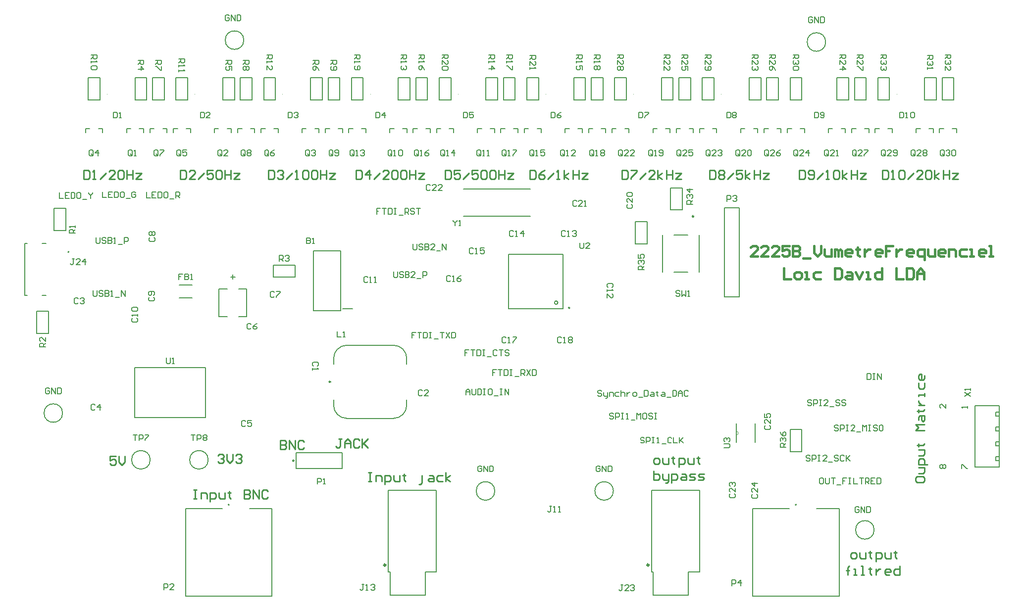
<source format=gbr>
%TF.GenerationSoftware,Altium Limited,Altium Designer,23.6.0 (18)*%
G04 Layer_Color=65535*
%FSLAX43Y43*%
%MOMM*%
%TF.SameCoordinates,02C31AF8-F4BC-48A1-AB84-B672334353EB*%
%TF.FilePolarity,Positive*%
%TF.FileFunction,Legend,Top*%
%TF.Part,Single*%
G01*
G75*
%TA.AperFunction,NonConductor*%
%ADD46C,0.200*%
%ADD47C,0.250*%
%ADD48C,0.050*%
%ADD49C,0.100*%
%ADD50C,0.340*%
%ADD51C,0.000*%
%ADD52C,0.127*%
%ADD53C,0.152*%
%ADD54C,0.400*%
%ADD55C,0.254*%
D46*
X7715Y58575D02*
G03*
X7715Y58575I-100J0D01*
G01*
X91300Y49900D02*
G03*
X91300Y49900I-300J0D01*
G01*
X93341Y49000D02*
G03*
X93341Y49000I-141J0D01*
G01*
X35100Y15300D02*
G03*
X35100Y15300I-100J0D01*
G01*
X132100Y15300D02*
G03*
X132100Y15300I-100J0D01*
G01*
X65450Y40350D02*
G03*
X63200Y42600I-2250J0D01*
G01*
X55200D02*
G03*
X52950Y40350I0J-2250D01*
G01*
Y32350D02*
G03*
X55200Y30100I2250J0D01*
G01*
X63200D02*
G03*
X65450Y32350I0J2250D01*
G01*
X100784Y17673D02*
G03*
X100784Y17673I-1585J0D01*
G01*
X31505Y23000D02*
G03*
X31505Y23000I-1585J0D01*
G01*
X80506Y17673D02*
G03*
X80506Y17673I-1585J0D01*
G01*
X6605Y31000D02*
G03*
X6605Y31000I-1585J0D01*
G01*
X145371Y11008D02*
G03*
X145371Y11008I-1585J0D01*
G01*
X137085Y94500D02*
G03*
X137085Y94500I-1585J0D01*
G01*
X37585Y94825D02*
G03*
X37585Y94825I-1585J0D01*
G01*
X21585Y23000D02*
G03*
X21585Y23000I-1585J0D01*
G01*
X3085Y51130D02*
X3765D01*
X3085Y60070D02*
X3765D01*
X175Y51130D02*
X525D01*
X175D02*
Y60070D01*
X525D01*
X2200Y44650D02*
Y48450D01*
X4200D01*
Y44650D02*
Y48450D01*
X2200Y44650D02*
X4200D01*
X104558Y59938D02*
Y63738D01*
X106558D01*
Y59938D02*
Y63738D01*
X104558Y59938D02*
X106558D01*
X111143Y61438D02*
X113493D01*
X115448Y55138D02*
Y61438D01*
X111143Y55138D02*
X113493D01*
X109148D02*
Y61438D01*
X112558Y65755D02*
Y69555D01*
X110558Y65755D02*
X112558D01*
X110558D02*
Y69555D01*
X112558D01*
X92150Y48850D02*
Y58150D01*
X82850D02*
X92150D01*
X82850Y48850D02*
Y58150D01*
Y48850D02*
X92150D01*
X21000Y84600D02*
Y88400D01*
X19000Y84600D02*
X21000D01*
X19000D02*
Y88400D01*
X21000D01*
X24460Y79000D02*
Y79650D01*
X23730D02*
X24460D01*
X21540Y79000D02*
Y79650D01*
X22270D01*
X18950Y30250D02*
Y38750D01*
X31050Y30250D02*
Y38750D01*
X18950D02*
X31050D01*
X18950Y30250D02*
X31050D01*
X55200Y42600D02*
X63200D01*
X55200Y30100D02*
X63200D01*
X65450Y39400D02*
Y40350D01*
Y32350D02*
Y33300D01*
X52950Y32350D02*
Y33300D01*
Y39400D02*
Y40350D01*
X119797Y50903D02*
Y66143D01*
X122337Y50903D02*
Y66143D01*
X119797D02*
X122337D01*
X119797Y50903D02*
X122337D01*
X54435Y21505D02*
Y24195D01*
X46515D02*
X54435D01*
X46515Y21505D02*
Y24195D01*
Y21505D02*
X54435D01*
X49538Y48550D02*
X54138D01*
X49538D02*
Y58750D01*
X54138D01*
Y48550D02*
Y58750D01*
X54488Y48850D02*
X56213D01*
X5127Y66027D02*
X7127D01*
X5127Y62227D02*
Y66027D01*
Y62227D02*
X7127D01*
Y66027D01*
X42600Y54313D02*
Y56313D01*
Y54313D02*
X46400D01*
Y56313D01*
X42600D02*
X46400D01*
X34000Y88400D02*
X36000D01*
X34000Y84600D02*
Y88400D01*
Y84600D02*
X36000D01*
Y88400D01*
X49000D02*
X51000D01*
X49000Y84600D02*
Y88400D01*
Y84600D02*
X51000D01*
Y88400D01*
X22000D02*
X24000D01*
X22000Y84600D02*
Y88400D01*
Y84600D02*
X24000D01*
Y88400D01*
X37000D02*
X39000D01*
X37000Y84600D02*
Y88400D01*
Y84600D02*
X39000D01*
Y88400D01*
X52000D02*
X54000D01*
X52000Y84600D02*
Y88400D01*
Y84600D02*
X54000D01*
Y88400D01*
X11000D02*
X13000D01*
X11000Y84600D02*
Y88400D01*
Y84600D02*
X13000D01*
Y88400D01*
X26000D02*
X28000D01*
X26000Y84600D02*
Y88400D01*
Y84600D02*
X28000D01*
Y88400D01*
X41000D02*
X43000D01*
X41000Y84600D02*
Y88400D01*
Y84600D02*
X43000D01*
Y88400D01*
X64000D02*
X66000D01*
X64000Y84600D02*
Y88400D01*
Y84600D02*
X66000D01*
Y88400D01*
X79000D02*
X81000D01*
X79000Y84600D02*
Y88400D01*
Y84600D02*
X81000D01*
Y88400D01*
X94000D02*
X96000D01*
X94000Y84600D02*
Y88400D01*
Y84600D02*
X96000D01*
Y88400D01*
X67000D02*
X69000D01*
X67000Y84600D02*
Y88400D01*
Y84600D02*
X69000D01*
Y88400D01*
X82000D02*
X84000D01*
X82000Y84600D02*
Y88400D01*
Y84600D02*
X84000D01*
Y88400D01*
X97000D02*
X99000D01*
X97000Y84600D02*
Y88400D01*
Y84600D02*
X99000D01*
Y88400D01*
X56000D02*
X58000D01*
X56000Y84600D02*
Y88400D01*
Y84600D02*
X58000D01*
Y88400D01*
X71000D02*
X73000D01*
X71000Y84600D02*
Y88400D01*
Y84600D02*
X73000D01*
Y88400D01*
X86000D02*
X88000D01*
X86000Y84600D02*
Y88400D01*
Y84600D02*
X88000D01*
Y88400D01*
X109000D02*
X111000D01*
X109000Y84600D02*
Y88400D01*
Y84600D02*
X111000D01*
Y88400D01*
X124000D02*
X126000D01*
X124000Y84600D02*
Y88400D01*
Y84600D02*
X126000D01*
Y88400D01*
X139000D02*
X141000D01*
X139000Y84600D02*
Y88400D01*
Y84600D02*
X141000D01*
Y88400D01*
X112000D02*
X114000D01*
X112000Y84600D02*
Y88400D01*
Y84600D02*
X114000D01*
Y88400D01*
X127000D02*
X129000D01*
X127000Y84600D02*
Y88400D01*
Y84600D02*
X129000D01*
Y88400D01*
X142000D02*
X144000D01*
X142000Y84600D02*
Y88400D01*
Y84600D02*
X144000D01*
Y88400D01*
X101000D02*
X103000D01*
X101000Y84600D02*
Y88400D01*
Y84600D02*
X103000D01*
Y88400D01*
X116000D02*
X118000D01*
X116000Y84600D02*
Y88400D01*
Y84600D02*
X118000D01*
Y88400D01*
X131000D02*
X133000D01*
X131000Y84600D02*
Y88400D01*
Y84600D02*
X133000D01*
Y88400D01*
X154000D02*
X156000D01*
X154000Y84600D02*
Y88400D01*
Y84600D02*
X156000D01*
Y88400D01*
X157000D02*
X159000D01*
X157000Y84600D02*
Y88400D01*
Y84600D02*
X159000D01*
Y88400D01*
X146000D02*
X148000D01*
X146000Y84600D02*
Y88400D01*
Y84600D02*
X148000D01*
Y88400D01*
X131000Y28188D02*
X133000D01*
X131000Y24388D02*
Y28188D01*
Y24388D02*
X133000D01*
Y28188D01*
X166174Y30490D02*
X166725D01*
X166174Y31130D02*
X166725D01*
X166174Y30490D02*
Y31130D01*
Y27950D02*
X166725D01*
X166174Y28590D02*
X166725D01*
X166174Y27950D02*
Y28590D01*
Y25410D02*
X166725D01*
X166174Y26050D02*
X166725D01*
X166174Y25410D02*
Y26050D01*
Y22870D02*
X166725D01*
X166174Y23510D02*
X166725D01*
X166174Y22870D02*
Y23510D01*
X162575Y21770D02*
X166725D01*
Y32230D01*
X162575D02*
X166725D01*
X162575Y21770D02*
Y32230D01*
X26559Y52950D02*
X28759D01*
X26559Y50700D02*
X28759D01*
X156540Y79650D02*
X157270D01*
X156540Y79000D02*
Y79650D01*
X158730D02*
X159460D01*
Y79000D02*
Y79650D01*
X47540D02*
X48270D01*
X47540Y79000D02*
Y79650D01*
X49730D02*
X50460D01*
Y79000D02*
Y79650D01*
X32540D02*
X33270D01*
X32540Y79000D02*
Y79650D01*
X34730D02*
X35460D01*
Y79000D02*
Y79650D01*
X17540D02*
X18270D01*
X17540Y79000D02*
Y79650D01*
X19730D02*
X20460D01*
Y79000D02*
Y79650D01*
X40540D02*
X41270D01*
X40540Y79000D02*
Y79650D01*
X42730D02*
X43460D01*
Y79000D02*
Y79650D01*
X25540D02*
X26270D01*
X25540Y79000D02*
Y79650D01*
X27730D02*
X28460D01*
Y79000D02*
Y79650D01*
X10540D02*
X11270D01*
X10540Y79000D02*
Y79650D01*
X12730D02*
X13460D01*
Y79000D02*
Y79650D01*
X51540D02*
X52270D01*
X51540Y79000D02*
Y79650D01*
X53730D02*
X54460D01*
Y79000D02*
Y79650D01*
X36540D02*
X37270D01*
X36540Y79000D02*
Y79650D01*
X38730D02*
X39460D01*
Y79000D02*
Y79650D01*
X92540D02*
X93270D01*
X92540Y79000D02*
Y79650D01*
X94730D02*
X95460D01*
Y79000D02*
Y79650D01*
X77540D02*
X78270D01*
X77540Y79000D02*
Y79650D01*
X79730D02*
X80460D01*
Y79000D02*
Y79650D01*
X62540D02*
X63270D01*
X62540Y79000D02*
Y79650D01*
X64730D02*
X65460D01*
Y79000D02*
Y79650D01*
X85540D02*
X86270D01*
X85540Y79000D02*
Y79650D01*
X87730D02*
X88460D01*
Y79000D02*
Y79650D01*
X70540D02*
X71270D01*
X70540Y79000D02*
Y79650D01*
X72730D02*
X73460D01*
Y79000D02*
Y79650D01*
X55540D02*
X56270D01*
X55540Y79000D02*
Y79650D01*
X57730D02*
X58460D01*
Y79000D02*
Y79650D01*
X96540D02*
X97270D01*
X96540Y79000D02*
Y79650D01*
X98730D02*
X99460D01*
Y79000D02*
Y79650D01*
X81540D02*
X82270D01*
X81540Y79000D02*
Y79650D01*
X83730D02*
X84460D01*
Y79000D02*
Y79650D01*
X66540D02*
X67270D01*
X66540Y79000D02*
Y79650D01*
X68730D02*
X69460D01*
Y79000D02*
Y79650D01*
X137540D02*
X138270D01*
X137540Y79000D02*
Y79650D01*
X139730D02*
X140460D01*
Y79000D02*
Y79650D01*
X122540D02*
X123270D01*
X122540Y79000D02*
Y79650D01*
X124730D02*
X125460D01*
Y79000D02*
Y79650D01*
X107540D02*
X108270D01*
X107540Y79000D02*
Y79650D01*
X109730D02*
X110460D01*
Y79000D02*
Y79650D01*
X130540D02*
X131270D01*
X130540Y79000D02*
Y79650D01*
X132730D02*
X133460D01*
Y79000D02*
Y79650D01*
X115540D02*
X116270D01*
X115540Y79000D02*
Y79650D01*
X117730D02*
X118460D01*
Y79000D02*
Y79650D01*
X100540D02*
X101270D01*
X100540Y79000D02*
Y79650D01*
X102730D02*
X103460D01*
Y79000D02*
Y79650D01*
X141540D02*
X142270D01*
X141540Y79000D02*
Y79650D01*
X143730D02*
X144460D01*
Y79000D02*
Y79650D01*
X126540D02*
X127270D01*
X126540Y79000D02*
Y79650D01*
X128730D02*
X129460D01*
Y79000D02*
Y79650D01*
X111540D02*
X112270D01*
X111540Y79000D02*
Y79650D01*
X113730D02*
X114460D01*
Y79000D02*
Y79650D01*
X152540D02*
X153270D01*
X152540Y79000D02*
Y79650D01*
X154730D02*
X155460D01*
Y79000D02*
Y79650D01*
X145540D02*
X146270D01*
X145540Y79000D02*
Y79650D01*
X147730D02*
X148460D01*
Y79000D02*
Y79650D01*
X136531Y19883D02*
X136198D01*
X136032Y19717D01*
Y19050D01*
X136198Y18884D01*
X136531D01*
X136698Y19050D01*
Y19717D01*
X136531Y19883D01*
X137031D02*
Y19050D01*
X137198Y18884D01*
X137531D01*
X137698Y19050D01*
Y19883D01*
X138031D02*
X138697D01*
X138364D01*
Y18884D01*
X139031Y18717D02*
X139697D01*
X140697Y19883D02*
X140030D01*
Y19384D01*
X140364D01*
X140030D01*
Y18884D01*
X141030Y19883D02*
X141363D01*
X141197D01*
Y18884D01*
X141030D01*
X141363D01*
X141863Y19883D02*
Y18884D01*
X142530D01*
X142863Y19883D02*
X143529D01*
X143196D01*
Y18884D01*
X143862D02*
Y19883D01*
X144362D01*
X144529Y19717D01*
Y19384D01*
X144362Y19217D01*
X143862D01*
X144196D02*
X144529Y18884D01*
X145529Y19883D02*
X144862D01*
Y18884D01*
X145529D01*
X144862Y19384D02*
X145195D01*
X145862Y19883D02*
Y18884D01*
X146362D01*
X146528Y19050D01*
Y19717D01*
X146362Y19883D01*
X145862D01*
X144137Y37755D02*
Y36755D01*
X144637D01*
X144804Y36922D01*
Y37588D01*
X144637Y37755D01*
X144137D01*
X145137D02*
X145470D01*
X145304D01*
Y36755D01*
X145137D01*
X145470D01*
X145970D02*
Y37755D01*
X146637Y36755D01*
Y37755D01*
X134427Y23619D02*
X134260Y23785D01*
X133927D01*
X133760Y23619D01*
Y23452D01*
X133927Y23286D01*
X134260D01*
X134427Y23119D01*
Y22952D01*
X134260Y22786D01*
X133927D01*
X133760Y22952D01*
X134760Y22786D02*
Y23785D01*
X135260D01*
X135426Y23619D01*
Y23286D01*
X135260Y23119D01*
X134760D01*
X135760Y23785D02*
X136093D01*
X135926D01*
Y22786D01*
X135760D01*
X136093D01*
X137259D02*
X136593D01*
X137259Y23452D01*
Y23619D01*
X137093Y23785D01*
X136759D01*
X136593Y23619D01*
X137592Y22619D02*
X138259D01*
X139259Y23619D02*
X139092Y23785D01*
X138759D01*
X138592Y23619D01*
Y23452D01*
X138759Y23286D01*
X139092D01*
X139259Y23119D01*
Y22952D01*
X139092Y22786D01*
X138759D01*
X138592Y22952D01*
X140258Y23619D02*
X140092Y23785D01*
X139758D01*
X139592Y23619D01*
Y22952D01*
X139758Y22786D01*
X140092D01*
X140258Y22952D01*
X140591Y23785D02*
Y22786D01*
Y23119D01*
X141258Y23785D01*
X140758Y23286D01*
X141258Y22786D01*
X139241Y28814D02*
X139074Y28980D01*
X138741D01*
X138575Y28814D01*
Y28647D01*
X138741Y28480D01*
X139074D01*
X139241Y28314D01*
Y28147D01*
X139074Y27980D01*
X138741D01*
X138575Y28147D01*
X139574Y27980D02*
Y28980D01*
X140074D01*
X140241Y28814D01*
Y28480D01*
X140074Y28314D01*
X139574D01*
X140574Y28980D02*
X140907D01*
X140741D01*
Y27980D01*
X140574D01*
X140907D01*
X142074D02*
X141407D01*
X142074Y28647D01*
Y28814D01*
X141907Y28980D01*
X141574D01*
X141407Y28814D01*
X142407Y27814D02*
X143073D01*
X143406Y27980D02*
Y28980D01*
X143740Y28647D01*
X144073Y28980D01*
Y27980D01*
X144406Y28980D02*
X144739D01*
X144573D01*
Y27980D01*
X144406D01*
X144739D01*
X145906Y28814D02*
X145739Y28980D01*
X145406D01*
X145239Y28814D01*
Y28647D01*
X145406Y28480D01*
X145739D01*
X145906Y28314D01*
Y28147D01*
X145739Y27980D01*
X145406D01*
X145239Y28147D01*
X146739Y28980D02*
X146405D01*
X146239Y28814D01*
Y28147D01*
X146405Y27980D01*
X146739D01*
X146905Y28147D01*
Y28814D01*
X146739Y28980D01*
X134660Y33122D02*
X134493Y33289D01*
X134160D01*
X133994Y33122D01*
Y32955D01*
X134160Y32789D01*
X134493D01*
X134660Y32622D01*
Y32456D01*
X134493Y32289D01*
X134160D01*
X133994Y32456D01*
X134993Y32289D02*
Y33289D01*
X135493D01*
X135660Y33122D01*
Y32789D01*
X135493Y32622D01*
X134993D01*
X135993Y33289D02*
X136326D01*
X136160D01*
Y32289D01*
X135993D01*
X136326D01*
X137493D02*
X136826D01*
X137493Y32955D01*
Y33122D01*
X137326Y33289D01*
X136993D01*
X136826Y33122D01*
X137826Y32122D02*
X138492D01*
X139492Y33122D02*
X139325Y33289D01*
X138992D01*
X138825Y33122D01*
Y32955D01*
X138992Y32789D01*
X139325D01*
X139492Y32622D01*
Y32456D01*
X139325Y32289D01*
X138992D01*
X138825Y32456D01*
X140492Y33122D02*
X140325Y33289D01*
X139992D01*
X139825Y33122D01*
Y32955D01*
X139992Y32789D01*
X140325D01*
X140492Y32622D01*
Y32456D01*
X140325Y32289D01*
X139992D01*
X139825Y32456D01*
X60965Y66023D02*
X60299D01*
Y65523D01*
X60632D01*
X60299D01*
Y65023D01*
X61298Y66023D02*
X61965D01*
X61631D01*
Y65023D01*
X62298Y66023D02*
Y65023D01*
X62798D01*
X62964Y65190D01*
Y65856D01*
X62798Y66023D01*
X62298D01*
X63298D02*
X63631D01*
X63464D01*
Y65023D01*
X63298D01*
X63631D01*
X64131Y64856D02*
X64797D01*
X65130Y65023D02*
Y66023D01*
X65630D01*
X65797Y65856D01*
Y65523D01*
X65630Y65356D01*
X65130D01*
X65464D02*
X65797Y65023D01*
X66796Y65856D02*
X66630Y66023D01*
X66297D01*
X66130Y65856D01*
Y65689D01*
X66297Y65523D01*
X66630D01*
X66796Y65356D01*
Y65190D01*
X66630Y65023D01*
X66297D01*
X66130Y65190D01*
X67130Y66023D02*
X67796D01*
X67463D01*
Y65023D01*
X66992Y44833D02*
X66326D01*
Y44333D01*
X66659D01*
X66326D01*
Y43833D01*
X67325Y44833D02*
X67992D01*
X67659D01*
Y43833D01*
X68325Y44833D02*
Y43833D01*
X68825D01*
X68992Y44000D01*
Y44667D01*
X68825Y44833D01*
X68325D01*
X69325D02*
X69658D01*
X69491D01*
Y43833D01*
X69325D01*
X69658D01*
X70158Y43667D02*
X70824D01*
X71158Y44833D02*
X71824D01*
X71491D01*
Y43833D01*
X72157Y44833D02*
X72824Y43833D01*
Y44833D02*
X72157Y43833D01*
X73157Y44833D02*
Y43833D01*
X73657D01*
X73823Y44000D01*
Y44667D01*
X73657Y44833D01*
X73157D01*
X80785Y38433D02*
X80118D01*
Y37933D01*
X80452D01*
X80118D01*
Y37433D01*
X81118Y38433D02*
X81784D01*
X81451D01*
Y37433D01*
X82118Y38433D02*
Y37433D01*
X82617D01*
X82784Y37600D01*
Y38267D01*
X82617Y38433D01*
X82118D01*
X83117D02*
X83451D01*
X83284D01*
Y37433D01*
X83117D01*
X83451D01*
X83950Y37267D02*
X84617D01*
X84950Y37433D02*
Y38433D01*
X85450D01*
X85617Y38267D01*
Y37933D01*
X85450Y37767D01*
X84950D01*
X85283D02*
X85617Y37433D01*
X85950Y38433D02*
X86616Y37433D01*
Y38433D02*
X85950Y37433D01*
X86949Y38433D02*
Y37433D01*
X87449D01*
X87616Y37600D01*
Y38267D01*
X87449Y38433D01*
X86949D01*
X76086Y41845D02*
X75420D01*
Y41345D01*
X75753D01*
X75420D01*
Y40845D01*
X76419Y41845D02*
X77086D01*
X76753D01*
Y40845D01*
X77419Y41845D02*
Y40845D01*
X77919D01*
X78085Y41012D01*
Y41678D01*
X77919Y41845D01*
X77419D01*
X78419D02*
X78752D01*
X78585D01*
Y40845D01*
X78419D01*
X78752D01*
X79252Y40678D02*
X79918D01*
X80918Y41678D02*
X80751Y41845D01*
X80418D01*
X80251Y41678D01*
Y41012D01*
X80418Y40845D01*
X80751D01*
X80918Y41012D01*
X81251Y41845D02*
X81918D01*
X81584D01*
Y40845D01*
X82917Y41678D02*
X82751Y41845D01*
X82417D01*
X82251Y41678D01*
Y41511D01*
X82417Y41345D01*
X82751D01*
X82917Y41178D01*
Y41012D01*
X82751Y40845D01*
X82417D01*
X82251Y41012D01*
X75569Y34126D02*
Y34792D01*
X75902Y35125D01*
X76235Y34792D01*
Y34126D01*
Y34625D01*
X75569D01*
X76569Y35125D02*
Y34292D01*
X76735Y34126D01*
X77068D01*
X77235Y34292D01*
Y35125D01*
X77568D02*
Y34126D01*
X78068D01*
X78235Y34292D01*
Y34959D01*
X78068Y35125D01*
X77568D01*
X78568D02*
X78901D01*
X78735D01*
Y34126D01*
X78568D01*
X78901D01*
X79901Y35125D02*
X79568D01*
X79401Y34959D01*
Y34292D01*
X79568Y34126D01*
X79901D01*
X80067Y34292D01*
Y34959D01*
X79901Y35125D01*
X80401Y33959D02*
X81067D01*
X81400Y35125D02*
X81734D01*
X81567D01*
Y34126D01*
X81400D01*
X81734D01*
X82233D02*
Y35125D01*
X82900Y34126D01*
Y35125D01*
X90246Y15076D02*
X89913D01*
X90080D01*
Y14242D01*
X89913Y14076D01*
X89746D01*
X89580Y14242D01*
X90579Y14076D02*
X90913D01*
X90746D01*
Y15076D01*
X90579Y14909D01*
X91413Y14076D02*
X91746D01*
X91579D01*
Y15076D01*
X91413Y14909D01*
X66544Y59964D02*
Y59131D01*
X66710Y58964D01*
X67043D01*
X67210Y59131D01*
Y59964D01*
X68210Y59797D02*
X68043Y59964D01*
X67710D01*
X67543Y59797D01*
Y59631D01*
X67710Y59464D01*
X68043D01*
X68210Y59297D01*
Y59131D01*
X68043Y58964D01*
X67710D01*
X67543Y59131D01*
X68543Y59964D02*
Y58964D01*
X69043D01*
X69209Y59131D01*
Y59297D01*
X69043Y59464D01*
X68543D01*
X69043D01*
X69209Y59631D01*
Y59797D01*
X69043Y59964D01*
X68543D01*
X70209Y58964D02*
X69543D01*
X70209Y59631D01*
Y59797D01*
X70042Y59964D01*
X69709D01*
X69543Y59797D01*
X70542Y58797D02*
X71209D01*
X71542Y58964D02*
Y59964D01*
X72208Y58964D01*
Y59964D01*
X63208Y55229D02*
Y54396D01*
X63374Y54229D01*
X63707D01*
X63874Y54396D01*
Y55229D01*
X64874Y55062D02*
X64707Y55229D01*
X64374D01*
X64207Y55062D01*
Y54896D01*
X64374Y54729D01*
X64707D01*
X64874Y54563D01*
Y54396D01*
X64707Y54229D01*
X64374D01*
X64207Y54396D01*
X65207Y55229D02*
Y54229D01*
X65707D01*
X65873Y54396D01*
Y54563D01*
X65707Y54729D01*
X65207D01*
X65707D01*
X65873Y54896D01*
Y55062D01*
X65707Y55229D01*
X65207D01*
X66873Y54229D02*
X66207D01*
X66873Y54896D01*
Y55062D01*
X66706Y55229D01*
X66373D01*
X66207Y55062D01*
X67206Y54063D02*
X67873D01*
X68206Y54229D02*
Y55229D01*
X68706D01*
X68872Y55062D01*
Y54729D01*
X68706Y54563D01*
X68206D01*
X11843Y51960D02*
Y51127D01*
X12009Y50961D01*
X12343D01*
X12509Y51127D01*
Y51960D01*
X13509Y51794D02*
X13342Y51960D01*
X13009D01*
X12843Y51794D01*
Y51627D01*
X13009Y51460D01*
X13342D01*
X13509Y51294D01*
Y51127D01*
X13342Y50961D01*
X13009D01*
X12843Y51127D01*
X13842Y51960D02*
Y50961D01*
X14342D01*
X14509Y51127D01*
Y51294D01*
X14342Y51460D01*
X13842D01*
X14342D01*
X14509Y51627D01*
Y51794D01*
X14342Y51960D01*
X13842D01*
X14842Y50961D02*
X15175D01*
X15008D01*
Y51960D01*
X14842Y51794D01*
X15675Y50794D02*
X16341D01*
X16675Y50961D02*
Y51960D01*
X17341Y50961D01*
Y51960D01*
X6063Y68748D02*
Y67749D01*
X6730D01*
X7729Y68748D02*
X7063D01*
Y67749D01*
X7729D01*
X7063Y68248D02*
X7396D01*
X8062Y68748D02*
Y67749D01*
X8562D01*
X8729Y67915D01*
Y68582D01*
X8562Y68748D01*
X8062D01*
X9062Y68582D02*
X9229Y68748D01*
X9562D01*
X9729Y68582D01*
Y67915D01*
X9562Y67749D01*
X9229D01*
X9062Y67915D01*
Y68582D01*
X10062Y67582D02*
X10728D01*
X11061Y68748D02*
Y68582D01*
X11395Y68248D01*
X11728Y68582D01*
Y68748D01*
X11395Y68248D02*
Y67749D01*
X20939Y68854D02*
Y67855D01*
X21606D01*
X22605Y68854D02*
X21939D01*
Y67855D01*
X22605D01*
X21939Y68355D02*
X22272D01*
X22939Y68854D02*
Y67855D01*
X23438D01*
X23605Y68021D01*
Y68688D01*
X23438Y68854D01*
X22939D01*
X23938Y68688D02*
X24105Y68854D01*
X24438D01*
X24605Y68688D01*
Y68021D01*
X24438Y67855D01*
X24105D01*
X23938Y68021D01*
Y68688D01*
X24938Y67688D02*
X25604D01*
X25938Y67855D02*
Y68854D01*
X26437D01*
X26604Y68688D01*
Y68355D01*
X26437Y68188D01*
X25938D01*
X26271D02*
X26604Y67855D01*
X13467Y68877D02*
Y67877D01*
X14133D01*
X15133Y68877D02*
X14466D01*
Y67877D01*
X15133D01*
X14466Y68377D02*
X14799D01*
X15466Y68877D02*
Y67877D01*
X15966D01*
X16132Y68044D01*
Y68710D01*
X15966Y68877D01*
X15466D01*
X16466Y68710D02*
X16632Y68877D01*
X16965D01*
X17132Y68710D01*
Y68044D01*
X16965Y67877D01*
X16632D01*
X16466Y68044D01*
Y68710D01*
X17465Y67711D02*
X18132D01*
X19131Y68710D02*
X18965Y68877D01*
X18632D01*
X18465Y68710D01*
Y68044D01*
X18632Y67877D01*
X18965D01*
X19131Y68044D01*
Y68377D01*
X18798D01*
X12340Y61008D02*
Y60175D01*
X12507Y60008D01*
X12840D01*
X13007Y60175D01*
Y61008D01*
X14006Y60842D02*
X13840Y61008D01*
X13507D01*
X13340Y60842D01*
Y60675D01*
X13507Y60508D01*
X13840D01*
X14006Y60342D01*
Y60175D01*
X13840Y60008D01*
X13507D01*
X13340Y60175D01*
X14340Y61008D02*
Y60008D01*
X14840D01*
X15006Y60175D01*
Y60342D01*
X14840Y60508D01*
X14340D01*
X14840D01*
X15006Y60675D01*
Y60842D01*
X14840Y61008D01*
X14340D01*
X15339Y60008D02*
X15673D01*
X15506D01*
Y61008D01*
X15339Y60842D01*
X16172Y59842D02*
X16839D01*
X17172Y60008D02*
Y61008D01*
X17672D01*
X17839Y60842D01*
Y60508D01*
X17672Y60342D01*
X17172D01*
X98768Y34692D02*
X98602Y34858D01*
X98268D01*
X98102Y34692D01*
Y34525D01*
X98268Y34358D01*
X98602D01*
X98768Y34192D01*
Y34025D01*
X98602Y33859D01*
X98268D01*
X98102Y34025D01*
X99101Y34525D02*
Y34025D01*
X99268Y33859D01*
X99768D01*
Y33692D01*
X99601Y33525D01*
X99435D01*
X99768Y33859D02*
Y34525D01*
X100101Y33859D02*
Y34525D01*
X100601D01*
X100767Y34358D01*
Y33859D01*
X101767Y34525D02*
X101267D01*
X101101Y34358D01*
Y34025D01*
X101267Y33859D01*
X101767D01*
X102100Y34858D02*
Y33859D01*
Y34358D01*
X102267Y34525D01*
X102600D01*
X102767Y34358D01*
Y33859D01*
X103100Y34525D02*
Y33859D01*
Y34192D01*
X103267Y34358D01*
X103433Y34525D01*
X103600D01*
X104266Y33859D02*
X104600D01*
X104766Y34025D01*
Y34358D01*
X104600Y34525D01*
X104266D01*
X104100Y34358D01*
Y34025D01*
X104266Y33859D01*
X105099Y33692D02*
X105766D01*
X106099Y34858D02*
Y33859D01*
X106599D01*
X106766Y34025D01*
Y34692D01*
X106599Y34858D01*
X106099D01*
X107265Y34525D02*
X107599D01*
X107765Y34358D01*
Y33859D01*
X107265D01*
X107099Y34025D01*
X107265Y34192D01*
X107765D01*
X108265Y34692D02*
Y34525D01*
X108098D01*
X108432D01*
X108265D01*
Y34025D01*
X108432Y33859D01*
X109098Y34525D02*
X109431D01*
X109598Y34358D01*
Y33859D01*
X109098D01*
X108932Y34025D01*
X109098Y34192D01*
X109598D01*
X109931Y33692D02*
X110598D01*
X110931Y34858D02*
Y33859D01*
X111431D01*
X111597Y34025D01*
Y34692D01*
X111431Y34858D01*
X110931D01*
X111931Y33859D02*
Y34525D01*
X112264Y34858D01*
X112597Y34525D01*
Y33859D01*
Y34358D01*
X111931D01*
X113597Y34692D02*
X113430Y34858D01*
X113097D01*
X112930Y34692D01*
Y34025D01*
X113097Y33859D01*
X113430D01*
X113597Y34025D01*
X106090Y26705D02*
X105924Y26871D01*
X105590D01*
X105424Y26705D01*
Y26538D01*
X105590Y26372D01*
X105924D01*
X106090Y26205D01*
Y26038D01*
X105924Y25872D01*
X105590D01*
X105424Y26038D01*
X106423Y25872D02*
Y26871D01*
X106923D01*
X107090Y26705D01*
Y26372D01*
X106923Y26205D01*
X106423D01*
X107423Y26871D02*
X107756D01*
X107590D01*
Y25872D01*
X107423D01*
X107756D01*
X108256D02*
X108589D01*
X108423D01*
Y26871D01*
X108256Y26705D01*
X109089Y25705D02*
X109756D01*
X110755Y26705D02*
X110589Y26871D01*
X110256D01*
X110089Y26705D01*
Y26038D01*
X110256Y25872D01*
X110589D01*
X110755Y26038D01*
X111089Y26871D02*
Y25872D01*
X111755D01*
X112088Y26871D02*
Y25872D01*
Y26205D01*
X112755Y26871D01*
X112255Y26372D01*
X112755Y25872D01*
X100816Y30809D02*
X100649Y30975D01*
X100316D01*
X100149Y30809D01*
Y30642D01*
X100316Y30476D01*
X100649D01*
X100816Y30309D01*
Y30142D01*
X100649Y29976D01*
X100316D01*
X100149Y30142D01*
X101149Y29976D02*
Y30975D01*
X101649D01*
X101815Y30809D01*
Y30476D01*
X101649Y30309D01*
X101149D01*
X102149Y30975D02*
X102482D01*
X102315D01*
Y29976D01*
X102149D01*
X102482D01*
X102982D02*
X103315D01*
X103148D01*
Y30975D01*
X102982Y30809D01*
X103815Y29809D02*
X104481D01*
X104814Y29976D02*
Y30975D01*
X105148Y30642D01*
X105481Y30975D01*
Y29976D01*
X106314Y30975D02*
X105981D01*
X105814Y30809D01*
Y30142D01*
X105981Y29976D01*
X106314D01*
X106480Y30142D01*
Y30809D01*
X106314Y30975D01*
X107480Y30809D02*
X107314Y30975D01*
X106980D01*
X106814Y30809D01*
Y30642D01*
X106980Y30476D01*
X107314D01*
X107480Y30309D01*
Y30142D01*
X107314Y29976D01*
X106980D01*
X106814Y30142D01*
X107813Y30975D02*
X108147D01*
X107980D01*
Y29976D01*
X107813D01*
X108147D01*
X38833Y46183D02*
X38667Y46350D01*
X38334D01*
X38167Y46183D01*
Y45517D01*
X38334Y45350D01*
X38667D01*
X38833Y45517D01*
X39833Y46350D02*
X39500Y46183D01*
X39167Y45850D01*
Y45517D01*
X39333Y45350D01*
X39666D01*
X39833Y45517D01*
Y45683D01*
X39666Y45850D01*
X39167D01*
X95092Y60155D02*
Y59322D01*
X95259Y59155D01*
X95592D01*
X95758Y59322D01*
Y60155D01*
X96758Y59155D02*
X96092D01*
X96758Y59822D01*
Y59989D01*
X96591Y60155D01*
X96258D01*
X96092Y59989D01*
X24334Y40500D02*
Y39667D01*
X24500Y39500D01*
X24833D01*
X25000Y39667D01*
Y40500D01*
X25333Y39500D02*
X25666D01*
X25500D01*
Y40500D01*
X25333Y40333D01*
X130299Y25125D02*
X129300D01*
Y25625D01*
X129466Y25791D01*
X129800D01*
X129966Y25625D01*
Y25125D01*
Y25458D02*
X130299Y25791D01*
X129466Y26125D02*
X129300Y26291D01*
Y26624D01*
X129466Y26791D01*
X129633D01*
X129800Y26624D01*
Y26458D01*
Y26624D01*
X129966Y26791D01*
X130133D01*
X130299Y26624D01*
Y26291D01*
X130133Y26125D01*
X129300Y27791D02*
X129466Y27457D01*
X129800Y27124D01*
X130133D01*
X130299Y27291D01*
Y27624D01*
X130133Y27791D01*
X129966D01*
X129800Y27624D01*
Y27124D01*
X106058Y55505D02*
X105058D01*
Y56005D01*
X105225Y56172D01*
X105558D01*
X105725Y56005D01*
Y55505D01*
Y55839D02*
X106058Y56172D01*
X105225Y56505D02*
X105058Y56672D01*
Y57005D01*
X105225Y57172D01*
X105392D01*
X105558Y57005D01*
Y56838D01*
Y57005D01*
X105725Y57172D01*
X105891D01*
X106058Y57005D01*
Y56672D01*
X105891Y56505D01*
X105058Y58171D02*
Y57505D01*
X105558D01*
X105392Y57838D01*
Y58005D01*
X105558Y58171D01*
X105891D01*
X106058Y58005D01*
Y57671D01*
X105891Y57505D01*
X114323Y66755D02*
X113323D01*
Y67255D01*
X113490Y67422D01*
X113823D01*
X113990Y67255D01*
Y66755D01*
Y67089D02*
X114323Y67422D01*
X113490Y67755D02*
X113323Y67922D01*
Y68255D01*
X113490Y68422D01*
X113656D01*
X113823Y68255D01*
Y68088D01*
Y68255D01*
X113990Y68422D01*
X114156D01*
X114323Y68255D01*
Y67922D01*
X114156Y67755D01*
X114323Y69255D02*
X113323D01*
X113823Y68755D01*
Y69421D01*
X146500Y92333D02*
X147500D01*
Y91833D01*
X147333Y91666D01*
X147000D01*
X146833Y91833D01*
Y92333D01*
Y92000D02*
X146500Y91666D01*
X147333Y91333D02*
X147500Y91167D01*
Y90833D01*
X147333Y90667D01*
X147167D01*
X147000Y90833D01*
Y91000D01*
Y90833D01*
X146833Y90667D01*
X146667D01*
X146500Y90833D01*
Y91167D01*
X146667Y91333D01*
X147333Y90334D02*
X147500Y90167D01*
Y89834D01*
X147333Y89667D01*
X147167D01*
X147000Y89834D01*
Y90000D01*
Y89834D01*
X146833Y89667D01*
X146667D01*
X146500Y89834D01*
Y90167D01*
X146667Y90334D01*
X157500Y92333D02*
X158500D01*
Y91833D01*
X158333Y91666D01*
X158000D01*
X157833Y91833D01*
Y92333D01*
Y92000D02*
X157500Y91666D01*
X158333Y91333D02*
X158500Y91167D01*
Y90833D01*
X158333Y90667D01*
X158167D01*
X158000Y90833D01*
Y91000D01*
Y90833D01*
X157833Y90667D01*
X157667D01*
X157500Y90833D01*
Y91167D01*
X157667Y91333D01*
X157500Y89667D02*
Y90334D01*
X158167Y89667D01*
X158333D01*
X158500Y89834D01*
Y90167D01*
X158333Y90334D01*
X154450Y92166D02*
X155450D01*
Y91666D01*
X155283Y91500D01*
X154950D01*
X154783Y91666D01*
Y92166D01*
Y91833D02*
X154450Y91500D01*
X155283Y91167D02*
X155450Y91000D01*
Y90667D01*
X155283Y90500D01*
X155117D01*
X154950Y90667D01*
Y90833D01*
Y90667D01*
X154783Y90500D01*
X154617D01*
X154450Y90667D01*
Y91000D01*
X154617Y91167D01*
X154450Y90167D02*
Y89834D01*
Y90000D01*
X155450D01*
X155283Y90167D01*
X131500Y92333D02*
X132500D01*
Y91833D01*
X132333Y91666D01*
X132000D01*
X131833Y91833D01*
Y92333D01*
Y92000D02*
X131500Y91666D01*
X132333Y91333D02*
X132500Y91167D01*
Y90833D01*
X132333Y90667D01*
X132167D01*
X132000Y90833D01*
Y91000D01*
Y90833D01*
X131833Y90667D01*
X131667D01*
X131500Y90833D01*
Y91167D01*
X131667Y91333D01*
X132333Y90334D02*
X132500Y90167D01*
Y89834D01*
X132333Y89667D01*
X131667D01*
X131500Y89834D01*
Y90167D01*
X131667Y90334D01*
X132333D01*
X116500Y92333D02*
X117500D01*
Y91833D01*
X117333Y91666D01*
X117000D01*
X116833Y91833D01*
Y92333D01*
Y92000D02*
X116500Y91666D01*
Y90667D02*
Y91333D01*
X117167Y90667D01*
X117333D01*
X117500Y90833D01*
Y91167D01*
X117333Y91333D01*
X116667Y90334D02*
X116500Y90167D01*
Y89834D01*
X116667Y89667D01*
X117333D01*
X117500Y89834D01*
Y90167D01*
X117333Y90334D01*
X117167D01*
X117000Y90167D01*
Y89667D01*
X101500Y92333D02*
X102500D01*
Y91833D01*
X102333Y91666D01*
X102000D01*
X101833Y91833D01*
Y92333D01*
Y92000D02*
X101500Y91666D01*
Y90667D02*
Y91333D01*
X102167Y90667D01*
X102333D01*
X102500Y90833D01*
Y91167D01*
X102333Y91333D01*
Y90334D02*
X102500Y90167D01*
Y89834D01*
X102333Y89667D01*
X102167D01*
X102000Y89834D01*
X101833Y89667D01*
X101667D01*
X101500Y89834D01*
Y90167D01*
X101667Y90334D01*
X101833D01*
X102000Y90167D01*
X102167Y90334D01*
X102333D01*
X102000Y90167D02*
Y89834D01*
X142500Y92333D02*
X143500D01*
Y91833D01*
X143333Y91666D01*
X143000D01*
X142833Y91833D01*
Y92333D01*
Y92000D02*
X142500Y91666D01*
Y90667D02*
Y91333D01*
X143167Y90667D01*
X143333D01*
X143500Y90833D01*
Y91167D01*
X143333Y91333D01*
X143500Y90334D02*
Y89667D01*
X143333D01*
X142667Y90334D01*
X142500D01*
X127500Y92333D02*
X128500D01*
Y91833D01*
X128333Y91666D01*
X128000D01*
X127833Y91833D01*
Y92333D01*
Y92000D02*
X127500Y91666D01*
Y90667D02*
Y91333D01*
X128167Y90667D01*
X128333D01*
X128500Y90833D01*
Y91167D01*
X128333Y91333D01*
X128500Y89667D02*
X128333Y90000D01*
X128000Y90334D01*
X127667D01*
X127500Y90167D01*
Y89834D01*
X127667Y89667D01*
X127833D01*
X128000Y89834D01*
Y90334D01*
X112500Y92333D02*
X113500D01*
Y91833D01*
X113333Y91666D01*
X113000D01*
X112833Y91833D01*
Y92333D01*
Y92000D02*
X112500Y91666D01*
Y90667D02*
Y91333D01*
X113167Y90667D01*
X113333D01*
X113500Y90833D01*
Y91167D01*
X113333Y91333D01*
X113500Y89667D02*
Y90334D01*
X113000D01*
X113167Y90000D01*
Y89834D01*
X113000Y89667D01*
X112667D01*
X112500Y89834D01*
Y90167D01*
X112667Y90334D01*
X139500Y92333D02*
X140500D01*
Y91833D01*
X140333Y91666D01*
X140000D01*
X139833Y91833D01*
Y92333D01*
Y92000D02*
X139500Y91666D01*
Y90667D02*
Y91333D01*
X140167Y90667D01*
X140333D01*
X140500Y90833D01*
Y91167D01*
X140333Y91333D01*
X139500Y89834D02*
X140500D01*
X140000Y90334D01*
Y89667D01*
X124500Y92333D02*
X125500D01*
Y91833D01*
X125333Y91666D01*
X125000D01*
X124833Y91833D01*
Y92333D01*
Y92000D02*
X124500Y91666D01*
Y90667D02*
Y91333D01*
X125167Y90667D01*
X125333D01*
X125500Y90833D01*
Y91167D01*
X125333Y91333D01*
Y90334D02*
X125500Y90167D01*
Y89834D01*
X125333Y89667D01*
X125167D01*
X125000Y89834D01*
Y90000D01*
Y89834D01*
X124833Y89667D01*
X124667D01*
X124500Y89834D01*
Y90167D01*
X124667Y90334D01*
X109450Y92333D02*
X110450D01*
Y91833D01*
X110283Y91666D01*
X109950D01*
X109783Y91833D01*
Y92333D01*
Y92000D02*
X109450Y91666D01*
Y90667D02*
Y91333D01*
X110117Y90667D01*
X110283D01*
X110450Y90833D01*
Y91167D01*
X110283Y91333D01*
X109450Y89667D02*
Y90334D01*
X110117Y89667D01*
X110283D01*
X110450Y89834D01*
Y90167D01*
X110283Y90334D01*
X86500Y92166D02*
X87500D01*
Y91666D01*
X87333Y91500D01*
X87000D01*
X86833Y91666D01*
Y92166D01*
Y91833D02*
X86500Y91500D01*
Y90500D02*
Y91167D01*
X87167Y90500D01*
X87333D01*
X87500Y90667D01*
Y91000D01*
X87333Y91167D01*
X86500Y90167D02*
Y89834D01*
Y90000D01*
X87500D01*
X87333Y90167D01*
X71500Y92333D02*
X72500D01*
Y91833D01*
X72333Y91666D01*
X72000D01*
X71833Y91833D01*
Y92333D01*
Y92000D02*
X71500Y91666D01*
Y90667D02*
Y91333D01*
X72167Y90667D01*
X72333D01*
X72500Y90833D01*
Y91167D01*
X72333Y91333D01*
Y90334D02*
X72500Y90167D01*
Y89834D01*
X72333Y89667D01*
X71667D01*
X71500Y89834D01*
Y90167D01*
X71667Y90334D01*
X72333D01*
X56500Y92250D02*
X57500D01*
Y91750D01*
X57333Y91583D01*
X57000D01*
X56833Y91750D01*
Y92250D01*
Y91916D02*
X56500Y91583D01*
Y91250D02*
Y90917D01*
Y91083D01*
X57500D01*
X57333Y91250D01*
X56667Y90417D02*
X56500Y90250D01*
Y89917D01*
X56667Y89750D01*
X57333D01*
X57500Y89917D01*
Y90250D01*
X57333Y90417D01*
X57167D01*
X57000Y90250D01*
Y89750D01*
X97500Y92250D02*
X98500D01*
Y91750D01*
X98333Y91583D01*
X98000D01*
X97833Y91750D01*
Y92250D01*
Y91916D02*
X97500Y91583D01*
Y91250D02*
Y90917D01*
Y91083D01*
X98500D01*
X98333Y91250D01*
Y90417D02*
X98500Y90250D01*
Y89917D01*
X98333Y89750D01*
X98167D01*
X98000Y89917D01*
X97833Y89750D01*
X97667D01*
X97500Y89917D01*
Y90250D01*
X97667Y90417D01*
X97833D01*
X98000Y90250D01*
X98167Y90417D01*
X98333D01*
X98000Y90250D02*
Y89917D01*
X82500Y92250D02*
X83500D01*
Y91750D01*
X83333Y91583D01*
X83000D01*
X82833Y91750D01*
Y92250D01*
Y91916D02*
X82500Y91583D01*
Y91250D02*
Y90917D01*
Y91083D01*
X83500D01*
X83333Y91250D01*
X83500Y90417D02*
Y89750D01*
X83333D01*
X82667Y90417D01*
X82500D01*
X67500Y92250D02*
X68500D01*
Y91750D01*
X68333Y91583D01*
X68000D01*
X67833Y91750D01*
Y92250D01*
Y91916D02*
X67500Y91583D01*
Y91250D02*
Y90917D01*
Y91083D01*
X68500D01*
X68333Y91250D01*
X68500Y89750D02*
X68333Y90084D01*
X68000Y90417D01*
X67667D01*
X67500Y90250D01*
Y89917D01*
X67667Y89750D01*
X67833D01*
X68000Y89917D01*
Y90417D01*
X94450Y92250D02*
X95450D01*
Y91750D01*
X95283Y91583D01*
X94950D01*
X94783Y91750D01*
Y92250D01*
Y91916D02*
X94450Y91583D01*
Y91250D02*
Y90917D01*
Y91083D01*
X95450D01*
X95283Y91250D01*
X95450Y89750D02*
Y90417D01*
X94950D01*
X95117Y90084D01*
Y89917D01*
X94950Y89750D01*
X94617D01*
X94450Y89917D01*
Y90250D01*
X94617Y90417D01*
X79450Y92250D02*
X80450D01*
Y91750D01*
X80283Y91583D01*
X79950D01*
X79783Y91750D01*
Y92250D01*
Y91916D02*
X79450Y91583D01*
Y91250D02*
Y90917D01*
Y91083D01*
X80450D01*
X80283Y91250D01*
X79450Y89917D02*
X80450D01*
X79950Y90417D01*
Y89750D01*
X64450Y92250D02*
X65450D01*
Y91750D01*
X65283Y91583D01*
X64950D01*
X64783Y91750D01*
Y92250D01*
Y91916D02*
X64450Y91583D01*
Y91250D02*
Y90917D01*
Y91083D01*
X65450D01*
X65283Y91250D01*
Y90417D02*
X65450Y90250D01*
Y89917D01*
X65283Y89750D01*
X65117D01*
X64950Y89917D01*
Y90084D01*
Y89917D01*
X64783Y89750D01*
X64617D01*
X64450Y89917D01*
Y90250D01*
X64617Y90417D01*
X41500Y92250D02*
X42500D01*
Y91750D01*
X42333Y91583D01*
X42000D01*
X41833Y91750D01*
Y92250D01*
Y91916D02*
X41500Y91583D01*
Y91250D02*
Y90917D01*
Y91083D01*
X42500D01*
X42333Y91250D01*
X41500Y89750D02*
Y90417D01*
X42167Y89750D01*
X42333D01*
X42500Y89917D01*
Y90250D01*
X42333Y90417D01*
X26500Y91583D02*
X27500D01*
Y91083D01*
X27333Y90917D01*
X27000D01*
X26833Y91083D01*
Y91583D01*
Y91250D02*
X26500Y90917D01*
Y90583D02*
Y90250D01*
Y90417D01*
X27500D01*
X27333Y90583D01*
X26500Y89750D02*
Y89417D01*
Y89584D01*
X27500D01*
X27333Y89750D01*
X11500Y92250D02*
X12500D01*
Y91750D01*
X12333Y91583D01*
X12000D01*
X11833Y91750D01*
Y92250D01*
Y91916D02*
X11500Y91583D01*
Y91250D02*
Y90917D01*
Y91083D01*
X12500D01*
X12333Y91250D01*
Y90417D02*
X12500Y90250D01*
Y89917D01*
X12333Y89750D01*
X11667D01*
X11500Y89917D01*
Y90250D01*
X11667Y90417D01*
X12333D01*
X52500Y91333D02*
X53500D01*
Y90833D01*
X53333Y90667D01*
X53000D01*
X52833Y90833D01*
Y91333D01*
Y91000D02*
X52500Y90667D01*
X52667Y90333D02*
X52500Y90167D01*
Y89834D01*
X52667Y89667D01*
X53333D01*
X53500Y89834D01*
Y90167D01*
X53333Y90333D01*
X53167D01*
X53000Y90167D01*
Y89667D01*
X37500Y91333D02*
X38500D01*
Y90833D01*
X38333Y90667D01*
X38000D01*
X37833Y90833D01*
Y91333D01*
Y91000D02*
X37500Y90667D01*
X38333Y90333D02*
X38500Y90167D01*
Y89834D01*
X38333Y89667D01*
X38167D01*
X38000Y89834D01*
X37833Y89667D01*
X37667D01*
X37500Y89834D01*
Y90167D01*
X37667Y90333D01*
X37833D01*
X38000Y90167D01*
X38167Y90333D01*
X38333D01*
X38000Y90167D02*
Y89834D01*
X22500Y91333D02*
X23500D01*
Y90833D01*
X23333Y90667D01*
X23000D01*
X22833Y90833D01*
Y91333D01*
Y91000D02*
X22500Y90667D01*
X23500Y90333D02*
Y89667D01*
X23333D01*
X22667Y90333D01*
X22500D01*
X49450Y91333D02*
X50450D01*
Y90833D01*
X50283Y90667D01*
X49950D01*
X49783Y90833D01*
Y91333D01*
Y91000D02*
X49450Y90667D01*
X50450Y89667D02*
X50283Y90000D01*
X49950Y90333D01*
X49617D01*
X49450Y90167D01*
Y89834D01*
X49617Y89667D01*
X49783D01*
X49950Y89834D01*
Y90333D01*
X34500Y91333D02*
X35500D01*
Y90833D01*
X35333Y90667D01*
X35000D01*
X34833Y90833D01*
Y91333D01*
Y91000D02*
X34500Y90667D01*
X35500Y89667D02*
Y90333D01*
X35000D01*
X35167Y90000D01*
Y89834D01*
X35000Y89667D01*
X34667D01*
X34500Y89834D01*
Y90167D01*
X34667Y90333D01*
X19500Y91333D02*
X20500D01*
Y90833D01*
X20333Y90667D01*
X20000D01*
X19833Y90833D01*
Y91333D01*
Y91000D02*
X19500Y90667D01*
Y89834D02*
X20500D01*
X20000Y90333D01*
Y89667D01*
X43667Y57000D02*
Y58000D01*
X44167D01*
X44333Y57833D01*
Y57500D01*
X44167Y57333D01*
X43667D01*
X44000D02*
X44333Y57000D01*
X44667Y57833D02*
X44833Y58000D01*
X45166D01*
X45333Y57833D01*
Y57667D01*
X45166Y57500D01*
X45000D01*
X45166D01*
X45333Y57333D01*
Y57167D01*
X45166Y57000D01*
X44833D01*
X44667Y57167D01*
X3681Y42305D02*
X2681D01*
Y42804D01*
X2848Y42971D01*
X3181D01*
X3347Y42804D01*
Y42305D01*
Y42638D02*
X3681Y42971D01*
Y43971D02*
Y43304D01*
X3014Y43971D01*
X2848D01*
X2681Y43804D01*
Y43471D01*
X2848Y43304D01*
X8781Y61770D02*
X7781D01*
Y62270D01*
X7948Y62437D01*
X8281D01*
X8448Y62270D01*
Y61770D01*
Y62104D02*
X8781Y62437D01*
Y62770D02*
Y63103D01*
Y62937D01*
X7781D01*
X7948Y62770D01*
X121051Y1460D02*
Y2460D01*
X121551D01*
X121718Y2293D01*
Y1960D01*
X121551Y1793D01*
X121051D01*
X122551Y1460D02*
Y2460D01*
X122051Y1960D01*
X122717D01*
X120234Y67253D02*
Y68253D01*
X120734D01*
X120900Y68087D01*
Y67753D01*
X120734Y67587D01*
X120234D01*
X121233Y68087D02*
X121400Y68253D01*
X121733D01*
X121900Y68087D01*
Y67920D01*
X121733Y67753D01*
X121567D01*
X121733D01*
X121900Y67587D01*
Y67420D01*
X121733Y67253D01*
X121400D01*
X121233Y67420D01*
X23943Y783D02*
Y1783D01*
X24443D01*
X24610Y1616D01*
Y1283D01*
X24443Y1116D01*
X23943D01*
X25609Y783D02*
X24943D01*
X25609Y1450D01*
Y1616D01*
X25443Y1783D01*
X25109D01*
X24943Y1616D01*
X50213Y18850D02*
Y19850D01*
X50713D01*
X50879Y19684D01*
Y19350D01*
X50713Y19184D01*
X50213D01*
X51213Y18850D02*
X51546D01*
X51379D01*
Y19850D01*
X51213Y19684D01*
X53584Y45000D02*
Y44000D01*
X54250D01*
X54583D02*
X54916D01*
X54750D01*
Y45000D01*
X54583Y44833D01*
X126793Y28897D02*
X126627Y28730D01*
Y28397D01*
X126793Y28230D01*
X127460D01*
X127626Y28397D01*
Y28730D01*
X127460Y28897D01*
X127626Y29896D02*
Y29230D01*
X126960Y29896D01*
X126793D01*
X126627Y29730D01*
Y29396D01*
X126793Y29230D01*
X126627Y30896D02*
Y30229D01*
X127126D01*
X126960Y30563D01*
Y30729D01*
X127126Y30896D01*
X127460D01*
X127626Y30729D01*
Y30396D01*
X127460Y30229D01*
X124590Y17127D02*
X124423Y16960D01*
Y16627D01*
X124590Y16461D01*
X125256D01*
X125423Y16627D01*
Y16960D01*
X125256Y17127D01*
X125423Y18127D02*
Y17460D01*
X124757Y18127D01*
X124590D01*
X124423Y17960D01*
Y17627D01*
X124590Y17460D01*
X125423Y18960D02*
X124423D01*
X124923Y18460D01*
Y19126D01*
X120789Y17156D02*
X120623Y16989D01*
Y16656D01*
X120789Y16489D01*
X121456D01*
X121622Y16656D01*
Y16989D01*
X121456Y17156D01*
X121622Y18156D02*
Y17489D01*
X120956Y18156D01*
X120789D01*
X120623Y17989D01*
Y17656D01*
X120789Y17489D01*
Y18489D02*
X120623Y18655D01*
Y18989D01*
X120789Y19155D01*
X120956D01*
X121122Y18989D01*
Y18822D01*
Y18989D01*
X121289Y19155D01*
X121456D01*
X121622Y18989D01*
Y18655D01*
X121456Y18489D01*
X69478Y69933D02*
X69312Y70100D01*
X68978D01*
X68812Y69933D01*
Y69267D01*
X68978Y69100D01*
X69312D01*
X69478Y69267D01*
X70478Y69100D02*
X69811D01*
X70478Y69767D01*
Y69933D01*
X70311Y70100D01*
X69978D01*
X69811Y69933D01*
X71478Y69100D02*
X70811D01*
X71478Y69767D01*
Y69933D01*
X71311Y70100D01*
X70978D01*
X70811Y69933D01*
X94500Y67224D02*
X94334Y67391D01*
X94000D01*
X93834Y67224D01*
Y66558D01*
X94000Y66391D01*
X94334D01*
X94500Y66558D01*
X95500Y66391D02*
X94833D01*
X95500Y67058D01*
Y67224D01*
X95333Y67391D01*
X95000D01*
X94833Y67224D01*
X95833Y66391D02*
X96166D01*
X96000D01*
Y67391D01*
X95833Y67224D01*
X103222Y66746D02*
X103056Y66579D01*
Y66246D01*
X103222Y66079D01*
X103889D01*
X104056Y66246D01*
Y66579D01*
X103889Y66746D01*
X104056Y67745D02*
Y67079D01*
X103389Y67745D01*
X103222D01*
X103056Y67579D01*
Y67246D01*
X103222Y67079D01*
Y68079D02*
X103056Y68245D01*
Y68579D01*
X103222Y68745D01*
X103889D01*
X104056Y68579D01*
Y68245D01*
X103889Y68079D01*
X103222D01*
X91917Y43833D02*
X91750Y44000D01*
X91417D01*
X91250Y43833D01*
Y43167D01*
X91417Y43000D01*
X91750D01*
X91917Y43167D01*
X92250Y43000D02*
X92583D01*
X92417D01*
Y44000D01*
X92250Y43833D01*
X93083D02*
X93250Y44000D01*
X93583D01*
X93750Y43833D01*
Y43667D01*
X93583Y43500D01*
X93750Y43333D01*
Y43167D01*
X93583Y43000D01*
X93250D01*
X93083Y43167D01*
Y43333D01*
X93250Y43500D01*
X93083Y43667D01*
Y43833D01*
X93250Y43500D02*
X93583D01*
X82417Y43833D02*
X82250Y44000D01*
X81917D01*
X81750Y43833D01*
Y43167D01*
X81917Y43000D01*
X82250D01*
X82417Y43167D01*
X82750Y43000D02*
X83083D01*
X82917D01*
Y44000D01*
X82750Y43833D01*
X83583Y44000D02*
X84250D01*
Y43833D01*
X83583Y43167D01*
Y43000D01*
X72928Y54333D02*
X72761Y54500D01*
X72428D01*
X72261Y54333D01*
Y53667D01*
X72428Y53500D01*
X72761D01*
X72928Y53667D01*
X73261Y53500D02*
X73594D01*
X73427D01*
Y54500D01*
X73261Y54333D01*
X74760Y54500D02*
X74427Y54333D01*
X74094Y54000D01*
Y53667D01*
X74261Y53500D01*
X74594D01*
X74760Y53667D01*
Y53833D01*
X74594Y54000D01*
X74094D01*
X76858Y59103D02*
X76691Y59270D01*
X76358D01*
X76191Y59103D01*
Y58437D01*
X76358Y58270D01*
X76691D01*
X76858Y58437D01*
X77191Y58270D02*
X77524D01*
X77357D01*
Y59270D01*
X77191Y59103D01*
X78690Y59270D02*
X78024D01*
Y58770D01*
X78357Y58937D01*
X78524D01*
X78690Y58770D01*
Y58437D01*
X78524Y58270D01*
X78191D01*
X78024Y58437D01*
X83711Y62090D02*
X83544Y62257D01*
X83211D01*
X83044Y62090D01*
Y61424D01*
X83211Y61257D01*
X83544D01*
X83711Y61424D01*
X84044Y61257D02*
X84377D01*
X84210D01*
Y62257D01*
X84044Y62090D01*
X85377Y61257D02*
Y62257D01*
X84877Y61757D01*
X85543D01*
X92615Y62083D02*
X92449Y62250D01*
X92116D01*
X91949Y62083D01*
Y61417D01*
X92116Y61250D01*
X92449D01*
X92615Y61417D01*
X92949Y61250D02*
X93282D01*
X93115D01*
Y62250D01*
X92949Y62083D01*
X93782D02*
X93948Y62250D01*
X94281D01*
X94448Y62083D01*
Y61917D01*
X94281Y61750D01*
X94115D01*
X94281D01*
X94448Y61583D01*
Y61417D01*
X94281Y61250D01*
X93948D01*
X93782Y61417D01*
X100567Y52526D02*
X100734Y52692D01*
Y53025D01*
X100567Y53192D01*
X99901D01*
X99734Y53025D01*
Y52692D01*
X99901Y52526D01*
X99734Y52192D02*
Y51859D01*
Y52026D01*
X100734D01*
X100567Y52192D01*
X99734Y50693D02*
Y51359D01*
X100401Y50693D01*
X100567D01*
X100734Y50860D01*
Y51193D01*
X100567Y51359D01*
X58777Y54208D02*
X58611Y54374D01*
X58278D01*
X58111Y54208D01*
Y53541D01*
X58278Y53375D01*
X58611D01*
X58777Y53541D01*
X59111Y53375D02*
X59444D01*
X59277D01*
Y54374D01*
X59111Y54208D01*
X59944Y53375D02*
X60277D01*
X60110D01*
Y54374D01*
X59944Y54208D01*
X18617Y47247D02*
X18450Y47081D01*
Y46748D01*
X18617Y46581D01*
X19283D01*
X19450Y46748D01*
Y47081D01*
X19283Y47247D01*
X19450Y47581D02*
Y47914D01*
Y47747D01*
X18450D01*
X18617Y47581D01*
Y48414D02*
X18450Y48580D01*
Y48914D01*
X18617Y49080D01*
X19283D01*
X19450Y48914D01*
Y48580D01*
X19283Y48414D01*
X18617D01*
X21452Y50842D02*
X21286Y50676D01*
Y50342D01*
X21452Y50176D01*
X22119D01*
X22285Y50342D01*
Y50676D01*
X22119Y50842D01*
Y51175D02*
X22285Y51342D01*
Y51675D01*
X22119Y51842D01*
X21452D01*
X21286Y51675D01*
Y51342D01*
X21452Y51175D01*
X21619D01*
X21785Y51342D01*
Y51842D01*
X21579Y61072D02*
X21413Y60906D01*
Y60572D01*
X21579Y60406D01*
X22246D01*
X22412Y60572D01*
Y60906D01*
X22246Y61072D01*
X21579Y61405D02*
X21413Y61572D01*
Y61905D01*
X21579Y62072D01*
X21746D01*
X21912Y61905D01*
X22079Y62072D01*
X22246D01*
X22412Y61905D01*
Y61572D01*
X22246Y61405D01*
X22079D01*
X21912Y61572D01*
X21746Y61405D01*
X21579D01*
X21912Y61572D02*
Y61905D01*
X42833Y51633D02*
X42667Y51800D01*
X42334D01*
X42167Y51633D01*
Y50967D01*
X42334Y50800D01*
X42667D01*
X42833Y50967D01*
X43167Y51800D02*
X43833D01*
Y51633D01*
X43167Y50967D01*
Y50800D01*
X37922Y29575D02*
X37755Y29742D01*
X37422D01*
X37255Y29575D01*
Y28909D01*
X37422Y28742D01*
X37755D01*
X37922Y28909D01*
X38921Y29742D02*
X38255D01*
Y29242D01*
X38588Y29409D01*
X38755D01*
X38921Y29242D01*
Y28909D01*
X38755Y28742D01*
X38422D01*
X38255Y28909D01*
X12167Y32330D02*
X12000Y32496D01*
X11667D01*
X11500Y32330D01*
Y31663D01*
X11667Y31497D01*
X12000D01*
X12167Y31663D01*
X13000Y31497D02*
Y32496D01*
X12500Y31997D01*
X13167D01*
X9310Y50570D02*
X9143Y50736D01*
X8810D01*
X8644Y50570D01*
Y49903D01*
X8810Y49737D01*
X9143D01*
X9310Y49903D01*
X9643Y50570D02*
X9810Y50736D01*
X10143D01*
X10310Y50570D01*
Y50403D01*
X10143Y50236D01*
X9976D01*
X10143D01*
X10310Y50070D01*
Y49903D01*
X10143Y49737D01*
X9810D01*
X9643Y49903D01*
X68124Y34775D02*
X67957Y34942D01*
X67624D01*
X67457Y34775D01*
Y34109D01*
X67624Y33942D01*
X67957D01*
X68124Y34109D01*
X69123Y33942D02*
X68457D01*
X69123Y34609D01*
Y34775D01*
X68957Y34942D01*
X68623D01*
X68457Y34775D01*
X50183Y39050D02*
X50350Y39217D01*
Y39550D01*
X50183Y39716D01*
X49517D01*
X49350Y39550D01*
Y39217D01*
X49517Y39050D01*
X49350Y38717D02*
Y38384D01*
Y38550D01*
X50350D01*
X50183Y38717D01*
X48334Y61000D02*
Y60000D01*
X48833D01*
X49000Y60167D01*
Y60333D01*
X48833Y60500D01*
X48334D01*
X48833D01*
X49000Y60667D01*
Y60833D01*
X48833Y61000D01*
X48334D01*
X49333Y60000D02*
X49666D01*
X49500D01*
Y61000D01*
X49333Y60833D01*
X73353Y64048D02*
Y63881D01*
X73686Y63548D01*
X74019Y63881D01*
Y64048D01*
X73686Y63548D02*
Y63048D01*
X74353D02*
X74686D01*
X74519D01*
Y64048D01*
X74353Y63881D01*
X160850Y33874D02*
X161850Y34540D01*
X160850D02*
X161850Y33874D01*
Y34874D02*
Y35207D01*
Y35040D01*
X160850D01*
X161017Y34874D01*
X119711Y25075D02*
X120544D01*
X120711Y25242D01*
Y25575D01*
X120544Y25742D01*
X119711D01*
X119877Y26075D02*
X119711Y26242D01*
Y26575D01*
X119877Y26741D01*
X120044D01*
X120211Y26575D01*
Y26408D01*
Y26575D01*
X120377Y26741D01*
X120544D01*
X120711Y26575D01*
Y26242D01*
X120544Y26075D01*
X28599Y27297D02*
X29266D01*
X28932D01*
Y26297D01*
X29599D02*
Y27297D01*
X30099D01*
X30265Y27130D01*
Y26797D01*
X30099Y26630D01*
X29599D01*
X30598Y27130D02*
X30765Y27297D01*
X31098D01*
X31265Y27130D01*
Y26964D01*
X31098Y26797D01*
X31265Y26630D01*
Y26464D01*
X31098Y26297D01*
X30765D01*
X30598Y26464D01*
Y26630D01*
X30765Y26797D01*
X30598Y26964D01*
Y27130D01*
X30765Y26797D02*
X31098D01*
X18679Y27297D02*
X19346D01*
X19012D01*
Y26297D01*
X19679D02*
Y27297D01*
X20179D01*
X20345Y27130D01*
Y26797D01*
X20179Y26630D01*
X19679D01*
X20678Y27297D02*
X21345D01*
Y27130D01*
X20678Y26464D01*
Y26297D01*
X98545Y21803D02*
X98378Y21970D01*
X98045D01*
X97878Y21803D01*
Y21137D01*
X98045Y20970D01*
X98378D01*
X98545Y21137D01*
Y21470D01*
X98212D01*
X98878Y20970D02*
Y21970D01*
X99545Y20970D01*
Y21970D01*
X99878D02*
Y20970D01*
X100378D01*
X100544Y21137D01*
Y21803D01*
X100378Y21970D01*
X99878D01*
X78266Y21803D02*
X78100Y21970D01*
X77767D01*
X77600Y21803D01*
Y21137D01*
X77767Y20970D01*
X78100D01*
X78266Y21137D01*
Y21470D01*
X77933D01*
X78600Y20970D02*
Y21970D01*
X79266Y20970D01*
Y21970D01*
X79599D02*
Y20970D01*
X80099D01*
X80266Y21137D01*
Y21803D01*
X80099Y21970D01*
X79599D01*
X4366Y35130D02*
X4199Y35297D01*
X3866D01*
X3699Y35130D01*
Y34464D01*
X3866Y34297D01*
X4199D01*
X4366Y34464D01*
Y34797D01*
X4032D01*
X4699Y34297D02*
Y35297D01*
X5365Y34297D01*
Y35297D01*
X5699D02*
Y34297D01*
X6198D01*
X6365Y34464D01*
Y35130D01*
X6198Y35297D01*
X5699D01*
X142773Y14798D02*
X142606Y14965D01*
X142273D01*
X142106Y14798D01*
Y14132D01*
X142273Y13965D01*
X142606D01*
X142773Y14132D01*
Y14465D01*
X142440D01*
X143106Y13965D02*
Y14965D01*
X143773Y13965D01*
Y14965D01*
X144106D02*
Y13965D01*
X144606D01*
X144772Y14132D01*
Y14798D01*
X144606Y14965D01*
X144106D01*
X134846Y98630D02*
X134679Y98797D01*
X134346D01*
X134179Y98630D01*
Y97964D01*
X134346Y97797D01*
X134679D01*
X134846Y97964D01*
Y98297D01*
X134512D01*
X135179Y97797D02*
Y98797D01*
X135845Y97797D01*
Y98797D01*
X136178D02*
Y97797D01*
X136678D01*
X136845Y97964D01*
Y98630D01*
X136678Y98797D01*
X136178D01*
X35092Y98955D02*
X34925Y99122D01*
X34592D01*
X34425Y98955D01*
Y98289D01*
X34592Y98122D01*
X34925D01*
X35092Y98289D01*
Y98622D01*
X34758D01*
X35425Y98122D02*
Y99122D01*
X36091Y98122D01*
Y99122D01*
X36425D02*
Y98122D01*
X36924D01*
X37091Y98289D01*
Y98955D01*
X36924Y99122D01*
X36425D01*
X112176Y51836D02*
X112010Y52002D01*
X111677D01*
X111510Y51836D01*
Y51669D01*
X111677Y51502D01*
X112010D01*
X112176Y51336D01*
Y51169D01*
X112010Y51003D01*
X111677D01*
X111510Y51169D01*
X112510Y52002D02*
Y51003D01*
X112843Y51336D01*
X113176Y51003D01*
Y52002D01*
X113509Y51003D02*
X113843D01*
X113676D01*
Y52002D01*
X113509Y51836D01*
X157334Y75167D02*
Y75833D01*
X157167Y76000D01*
X156834D01*
X156667Y75833D01*
Y75167D01*
X156834Y75000D01*
X157167D01*
X157000Y75333D02*
X157334Y75000D01*
X157167D02*
X157334Y75167D01*
X157667Y75833D02*
X157833Y76000D01*
X158167D01*
X158333Y75833D01*
Y75667D01*
X158167Y75500D01*
X158000D01*
X158167D01*
X158333Y75333D01*
Y75167D01*
X158167Y75000D01*
X157833D01*
X157667Y75167D01*
X158666Y75833D02*
X158833Y76000D01*
X159166D01*
X159333Y75833D01*
Y75167D01*
X159166Y75000D01*
X158833D01*
X158666Y75167D01*
Y75833D01*
X147284Y75167D02*
Y75833D01*
X147117Y76000D01*
X146784D01*
X146617Y75833D01*
Y75167D01*
X146784Y75000D01*
X147117D01*
X146950Y75333D02*
X147284Y75000D01*
X147117D02*
X147284Y75167D01*
X148283Y75000D02*
X147617D01*
X148283Y75667D01*
Y75833D01*
X148117Y76000D01*
X147783D01*
X147617Y75833D01*
X148616Y75167D02*
X148783Y75000D01*
X149116D01*
X149283Y75167D01*
Y75833D01*
X149116Y76000D01*
X148783D01*
X148616Y75833D01*
Y75667D01*
X148783Y75500D01*
X149283D01*
X152384Y75167D02*
Y75833D01*
X152217Y76000D01*
X151884D01*
X151717Y75833D01*
Y75167D01*
X151884Y75000D01*
X152217D01*
X152050Y75333D02*
X152384Y75000D01*
X152217D02*
X152384Y75167D01*
X153383Y75000D02*
X152717D01*
X153383Y75667D01*
Y75833D01*
X153217Y76000D01*
X152883D01*
X152717Y75833D01*
X153716D02*
X153883Y76000D01*
X154216D01*
X154383Y75833D01*
Y75667D01*
X154216Y75500D01*
X154383Y75333D01*
Y75167D01*
X154216Y75000D01*
X153883D01*
X153716Y75167D01*
Y75333D01*
X153883Y75500D01*
X153716Y75667D01*
Y75833D01*
X153883Y75500D02*
X154216D01*
X142334Y75167D02*
Y75833D01*
X142167Y76000D01*
X141834D01*
X141667Y75833D01*
Y75167D01*
X141834Y75000D01*
X142167D01*
X142000Y75333D02*
X142334Y75000D01*
X142167D02*
X142334Y75167D01*
X143333Y75000D02*
X142667D01*
X143333Y75667D01*
Y75833D01*
X143167Y76000D01*
X142833D01*
X142667Y75833D01*
X143666Y76000D02*
X144333D01*
Y75833D01*
X143666Y75167D01*
Y75000D01*
X127334Y75167D02*
Y75833D01*
X127167Y76000D01*
X126834D01*
X126667Y75833D01*
Y75167D01*
X126834Y75000D01*
X127167D01*
X127000Y75333D02*
X127334Y75000D01*
X127167D02*
X127334Y75167D01*
X128333Y75000D02*
X127667D01*
X128333Y75667D01*
Y75833D01*
X128167Y76000D01*
X127833D01*
X127667Y75833D01*
X129333Y76000D02*
X129000Y75833D01*
X128666Y75500D01*
Y75167D01*
X128833Y75000D01*
X129166D01*
X129333Y75167D01*
Y75333D01*
X129166Y75500D01*
X128666D01*
X112334Y75167D02*
Y75833D01*
X112167Y76000D01*
X111834D01*
X111667Y75833D01*
Y75167D01*
X111834Y75000D01*
X112167D01*
X112000Y75333D02*
X112334Y75000D01*
X112167D02*
X112334Y75167D01*
X113333Y75000D02*
X112667D01*
X113333Y75667D01*
Y75833D01*
X113167Y76000D01*
X112833D01*
X112667Y75833D01*
X114333Y76000D02*
X113666D01*
Y75500D01*
X114000Y75667D01*
X114166D01*
X114333Y75500D01*
Y75167D01*
X114166Y75000D01*
X113833D01*
X113666Y75167D01*
X132334D02*
Y75833D01*
X132167Y76000D01*
X131834D01*
X131667Y75833D01*
Y75167D01*
X131834Y75000D01*
X132167D01*
X132000Y75333D02*
X132334Y75000D01*
X132167D02*
X132334Y75167D01*
X133333Y75000D02*
X132667D01*
X133333Y75667D01*
Y75833D01*
X133167Y76000D01*
X132833D01*
X132667Y75833D01*
X134166Y75000D02*
Y76000D01*
X133666Y75500D01*
X134333D01*
X117334Y75167D02*
Y75833D01*
X117167Y76000D01*
X116834D01*
X116667Y75833D01*
Y75167D01*
X116834Y75000D01*
X117167D01*
X117000Y75333D02*
X117334Y75000D01*
X117167D02*
X117334Y75167D01*
X118333Y75000D02*
X117667D01*
X118333Y75667D01*
Y75833D01*
X118167Y76000D01*
X117833D01*
X117667Y75833D01*
X118666D02*
X118833Y76000D01*
X119166D01*
X119333Y75833D01*
Y75667D01*
X119166Y75500D01*
X119000D01*
X119166D01*
X119333Y75333D01*
Y75167D01*
X119166Y75000D01*
X118833D01*
X118666Y75167D01*
X102334D02*
Y75833D01*
X102167Y76000D01*
X101834D01*
X101667Y75833D01*
Y75167D01*
X101834Y75000D01*
X102167D01*
X102000Y75333D02*
X102334Y75000D01*
X102167D02*
X102334Y75167D01*
X103333Y75000D02*
X102667D01*
X103333Y75667D01*
Y75833D01*
X103167Y76000D01*
X102833D01*
X102667Y75833D01*
X104333Y75000D02*
X103666D01*
X104333Y75667D01*
Y75833D01*
X104166Y76000D01*
X103833D01*
X103666Y75833D01*
X137550Y75167D02*
Y75833D01*
X137384Y76000D01*
X137050D01*
X136884Y75833D01*
Y75167D01*
X137050Y75000D01*
X137384D01*
X137217Y75333D02*
X137550Y75000D01*
X137384D02*
X137550Y75167D01*
X138550Y75000D02*
X137883D01*
X138550Y75667D01*
Y75833D01*
X138383Y76000D01*
X138050D01*
X137883Y75833D01*
X138883Y75000D02*
X139216D01*
X139050D01*
Y76000D01*
X138883Y75833D01*
X122384Y75167D02*
Y75833D01*
X122217Y76000D01*
X121884D01*
X121717Y75833D01*
Y75167D01*
X121884Y75000D01*
X122217D01*
X122050Y75333D02*
X122384Y75000D01*
X122217D02*
X122384Y75167D01*
X123383Y75000D02*
X122717D01*
X123383Y75667D01*
Y75833D01*
X123217Y76000D01*
X122883D01*
X122717Y75833D01*
X123716D02*
X123883Y76000D01*
X124216D01*
X124383Y75833D01*
Y75167D01*
X124216Y75000D01*
X123883D01*
X123716Y75167D01*
Y75833D01*
X107467Y75167D02*
Y75833D01*
X107300Y76000D01*
X106967D01*
X106800Y75833D01*
Y75167D01*
X106967Y75000D01*
X107300D01*
X107134Y75333D02*
X107467Y75000D01*
X107300D02*
X107467Y75167D01*
X107800Y75000D02*
X108133D01*
X107967D01*
Y76000D01*
X107800Y75833D01*
X108633Y75167D02*
X108800Y75000D01*
X109133D01*
X109300Y75167D01*
Y75833D01*
X109133Y76000D01*
X108800D01*
X108633Y75833D01*
Y75667D01*
X108800Y75500D01*
X109300D01*
X97417Y75167D02*
Y75833D01*
X97250Y76000D01*
X96917D01*
X96750Y75833D01*
Y75167D01*
X96917Y75000D01*
X97250D01*
X97084Y75333D02*
X97417Y75000D01*
X97250D02*
X97417Y75167D01*
X97750Y75000D02*
X98083D01*
X97917D01*
Y76000D01*
X97750Y75833D01*
X98583D02*
X98750Y76000D01*
X99083D01*
X99250Y75833D01*
Y75667D01*
X99083Y75500D01*
X99250Y75333D01*
Y75167D01*
X99083Y75000D01*
X98750D01*
X98583Y75167D01*
Y75333D01*
X98750Y75500D01*
X98583Y75667D01*
Y75833D01*
X98750Y75500D02*
X99083D01*
X82417Y75167D02*
Y75833D01*
X82250Y76000D01*
X81917D01*
X81750Y75833D01*
Y75167D01*
X81917Y75000D01*
X82250D01*
X82084Y75333D02*
X82417Y75000D01*
X82250D02*
X82417Y75167D01*
X82750Y75000D02*
X83083D01*
X82917D01*
Y76000D01*
X82750Y75833D01*
X83583Y76000D02*
X84250D01*
Y75833D01*
X83583Y75167D01*
Y75000D01*
X67417Y75167D02*
Y75833D01*
X67250Y76000D01*
X66917D01*
X66750Y75833D01*
Y75167D01*
X66917Y75000D01*
X67250D01*
X67084Y75333D02*
X67417Y75000D01*
X67250D02*
X67417Y75167D01*
X67750Y75000D02*
X68083D01*
X67917D01*
Y76000D01*
X67750Y75833D01*
X69250Y76000D02*
X68916Y75833D01*
X68583Y75500D01*
Y75167D01*
X68750Y75000D01*
X69083D01*
X69250Y75167D01*
Y75333D01*
X69083Y75500D01*
X68583D01*
X87167Y75167D02*
Y75833D01*
X87000Y76000D01*
X86667D01*
X86500Y75833D01*
Y75167D01*
X86667Y75000D01*
X87000D01*
X86834Y75333D02*
X87167Y75000D01*
X87000D02*
X87167Y75167D01*
X87500Y75000D02*
X87833D01*
X87667D01*
Y76000D01*
X87500Y75833D01*
X89000Y76000D02*
X88333D01*
Y75500D01*
X88666Y75667D01*
X88833D01*
X89000Y75500D01*
Y75167D01*
X88833Y75000D01*
X88500D01*
X88333Y75167D01*
X71917D02*
Y75833D01*
X71750Y76000D01*
X71417D01*
X71250Y75833D01*
Y75167D01*
X71417Y75000D01*
X71750D01*
X71584Y75333D02*
X71917Y75000D01*
X71750D02*
X71917Y75167D01*
X72250Y75000D02*
X72583D01*
X72417D01*
Y76000D01*
X72250Y75833D01*
X73583Y75000D02*
Y76000D01*
X73083Y75500D01*
X73750D01*
X56417Y75167D02*
Y75833D01*
X56250Y76000D01*
X55917D01*
X55750Y75833D01*
Y75167D01*
X55917Y75000D01*
X56250D01*
X56084Y75333D02*
X56417Y75000D01*
X56250D02*
X56417Y75167D01*
X56750Y75000D02*
X57083D01*
X56917D01*
Y76000D01*
X56750Y75833D01*
X57583D02*
X57750Y76000D01*
X58083D01*
X58250Y75833D01*
Y75667D01*
X58083Y75500D01*
X57916D01*
X58083D01*
X58250Y75333D01*
Y75167D01*
X58083Y75000D01*
X57750D01*
X57583Y75167D01*
X92417D02*
Y75833D01*
X92250Y76000D01*
X91917D01*
X91750Y75833D01*
Y75167D01*
X91917Y75000D01*
X92250D01*
X92084Y75333D02*
X92417Y75000D01*
X92250D02*
X92417Y75167D01*
X92750Y75000D02*
X93083D01*
X92917D01*
Y76000D01*
X92750Y75833D01*
X94250Y75000D02*
X93583D01*
X94250Y75667D01*
Y75833D01*
X94083Y76000D01*
X93750D01*
X93583Y75833D01*
X78083Y75167D02*
Y75833D01*
X77917Y76000D01*
X77584D01*
X77417Y75833D01*
Y75167D01*
X77584Y75000D01*
X77917D01*
X77750Y75333D02*
X78083Y75000D01*
X77917D02*
X78083Y75167D01*
X78417Y75000D02*
X78750D01*
X78583D01*
Y76000D01*
X78417Y75833D01*
X79250Y75000D02*
X79583D01*
X79416D01*
Y76000D01*
X79250Y75833D01*
X62917Y75167D02*
Y75833D01*
X62750Y76000D01*
X62417D01*
X62250Y75833D01*
Y75167D01*
X62417Y75000D01*
X62750D01*
X62584Y75333D02*
X62917Y75000D01*
X62750D02*
X62917Y75167D01*
X63250Y75000D02*
X63583D01*
X63417D01*
Y76000D01*
X63250Y75833D01*
X64083D02*
X64250Y76000D01*
X64583D01*
X64750Y75833D01*
Y75167D01*
X64583Y75000D01*
X64250D01*
X64083Y75167D01*
Y75833D01*
X52833Y75167D02*
Y75833D01*
X52667Y76000D01*
X52334D01*
X52167Y75833D01*
Y75167D01*
X52334Y75000D01*
X52667D01*
X52500Y75333D02*
X52833Y75000D01*
X52667D02*
X52833Y75167D01*
X53167D02*
X53333Y75000D01*
X53666D01*
X53833Y75167D01*
Y75833D01*
X53666Y76000D01*
X53333D01*
X53167Y75833D01*
Y75667D01*
X53333Y75500D01*
X53833D01*
X37833Y75167D02*
Y75833D01*
X37667Y76000D01*
X37334D01*
X37167Y75833D01*
Y75167D01*
X37334Y75000D01*
X37667D01*
X37500Y75333D02*
X37833Y75000D01*
X37667D02*
X37833Y75167D01*
X38167Y75833D02*
X38333Y76000D01*
X38666D01*
X38833Y75833D01*
Y75667D01*
X38666Y75500D01*
X38833Y75333D01*
Y75167D01*
X38666Y75000D01*
X38333D01*
X38167Y75167D01*
Y75333D01*
X38333Y75500D01*
X38167Y75667D01*
Y75833D01*
X38333Y75500D02*
X38666D01*
X22888Y75167D02*
Y75833D01*
X22722Y76000D01*
X22389D01*
X22222Y75833D01*
Y75167D01*
X22389Y75000D01*
X22722D01*
X22555Y75333D02*
X22888Y75000D01*
X22722D02*
X22888Y75167D01*
X23222Y76000D02*
X23888D01*
Y75833D01*
X23222Y75167D01*
Y75000D01*
X41833Y75167D02*
Y75833D01*
X41667Y76000D01*
X41334D01*
X41167Y75833D01*
Y75167D01*
X41334Y75000D01*
X41667D01*
X41500Y75333D02*
X41833Y75000D01*
X41667D02*
X41833Y75167D01*
X42833Y76000D02*
X42500Y75833D01*
X42167Y75500D01*
Y75167D01*
X42333Y75000D01*
X42666D01*
X42833Y75167D01*
Y75333D01*
X42666Y75500D01*
X42167D01*
X26833Y75167D02*
Y75833D01*
X26667Y76000D01*
X26334D01*
X26167Y75833D01*
Y75167D01*
X26334Y75000D01*
X26667D01*
X26500Y75333D02*
X26833Y75000D01*
X26667D02*
X26833Y75167D01*
X27833Y76000D02*
X27167D01*
Y75500D01*
X27500Y75667D01*
X27666D01*
X27833Y75500D01*
Y75167D01*
X27666Y75000D01*
X27333D01*
X27167Y75167D01*
X11833D02*
Y75833D01*
X11667Y76000D01*
X11334D01*
X11167Y75833D01*
Y75167D01*
X11334Y75000D01*
X11667D01*
X11500Y75333D02*
X11833Y75000D01*
X11667D02*
X11833Y75167D01*
X12666Y75000D02*
Y76000D01*
X12167Y75500D01*
X12833D01*
X48833Y75167D02*
Y75833D01*
X48667Y76000D01*
X48334D01*
X48167Y75833D01*
Y75167D01*
X48334Y75000D01*
X48667D01*
X48500Y75333D02*
X48833Y75000D01*
X48667D02*
X48833Y75167D01*
X49167Y75833D02*
X49333Y76000D01*
X49666D01*
X49833Y75833D01*
Y75667D01*
X49666Y75500D01*
X49500D01*
X49666D01*
X49833Y75333D01*
Y75167D01*
X49666Y75000D01*
X49333D01*
X49167Y75167D01*
X33833D02*
Y75833D01*
X33667Y76000D01*
X33334D01*
X33167Y75833D01*
Y75167D01*
X33334Y75000D01*
X33667D01*
X33500Y75333D02*
X33833Y75000D01*
X33667D02*
X33833Y75167D01*
X34833Y75000D02*
X34167D01*
X34833Y75667D01*
Y75833D01*
X34666Y76000D01*
X34333D01*
X34167Y75833D01*
X18500Y75167D02*
Y75833D01*
X18333Y76000D01*
X18000D01*
X17834Y75833D01*
Y75167D01*
X18000Y75000D01*
X18333D01*
X18167Y75333D02*
X18500Y75000D01*
X18333D02*
X18500Y75167D01*
X18833Y75000D02*
X19166D01*
X19000D01*
Y76000D01*
X18833Y75833D01*
X102392Y1589D02*
X102059D01*
X102226D01*
Y756D01*
X102059Y590D01*
X101892D01*
X101726Y756D01*
X103392Y590D02*
X102725D01*
X103392Y1256D01*
Y1423D01*
X103225Y1589D01*
X102892D01*
X102725Y1423D01*
X103725D02*
X103892Y1589D01*
X104225D01*
X104392Y1423D01*
Y1256D01*
X104225Y1090D01*
X104058D01*
X104225D01*
X104392Y923D01*
Y756D01*
X104225Y590D01*
X103892D01*
X103725Y756D01*
X8609Y57375D02*
X8275D01*
X8442D01*
Y56542D01*
X8275Y56375D01*
X8109D01*
X7942Y56542D01*
X9608Y56375D02*
X8942D01*
X9608Y57042D01*
Y57208D01*
X9442Y57375D01*
X9108D01*
X8942Y57208D01*
X10441Y56375D02*
Y57375D01*
X9941Y56875D01*
X10608D01*
X58126Y1723D02*
X57793D01*
X57960D01*
Y890D01*
X57793Y723D01*
X57626D01*
X57460Y890D01*
X58459Y723D02*
X58793D01*
X58626D01*
Y1723D01*
X58459Y1556D01*
X59292D02*
X59459Y1723D01*
X59792D01*
X59959Y1556D01*
Y1390D01*
X59792Y1223D01*
X59626D01*
X59792D01*
X59959Y1056D01*
Y890D01*
X59792Y723D01*
X59459D01*
X59292Y890D01*
X27159Y54824D02*
X26492D01*
Y54325D01*
X26826D01*
X26492D01*
Y53825D01*
X27492Y54824D02*
Y53825D01*
X27992D01*
X28158Y53991D01*
Y54158D01*
X27992Y54325D01*
X27492D01*
X27992D01*
X28158Y54491D01*
Y54658D01*
X27992Y54824D01*
X27492D01*
X28492Y53825D02*
X28825D01*
X28658D01*
Y54824D01*
X28492Y54658D01*
X149750Y82500D02*
Y81500D01*
X150250D01*
X150417Y81667D01*
Y82333D01*
X150250Y82500D01*
X149750D01*
X150750Y81500D02*
X151083D01*
X150917D01*
Y82500D01*
X150750Y82333D01*
X151583D02*
X151750Y82500D01*
X152083D01*
X152250Y82333D01*
Y81667D01*
X152083Y81500D01*
X151750D01*
X151583Y81667D01*
Y82333D01*
X135167Y82500D02*
Y81500D01*
X135667D01*
X135833Y81667D01*
Y82333D01*
X135667Y82500D01*
X135167D01*
X136167Y81667D02*
X136333Y81500D01*
X136666D01*
X136833Y81667D01*
Y82333D01*
X136666Y82500D01*
X136333D01*
X136167Y82333D01*
Y82167D01*
X136333Y82000D01*
X136833D01*
X120167Y82500D02*
Y81500D01*
X120667D01*
X120833Y81667D01*
Y82333D01*
X120667Y82500D01*
X120167D01*
X121167Y82333D02*
X121333Y82500D01*
X121666D01*
X121833Y82333D01*
Y82167D01*
X121666Y82000D01*
X121833Y81833D01*
Y81667D01*
X121666Y81500D01*
X121333D01*
X121167Y81667D01*
Y81833D01*
X121333Y82000D01*
X121167Y82167D01*
Y82333D01*
X121333Y82000D02*
X121666D01*
X105167Y82500D02*
Y81500D01*
X105667D01*
X105833Y81667D01*
Y82333D01*
X105667Y82500D01*
X105167D01*
X106167D02*
X106833D01*
Y82333D01*
X106167Y81667D01*
Y81500D01*
X90167Y82500D02*
Y81500D01*
X90667D01*
X90833Y81667D01*
Y82333D01*
X90667Y82500D01*
X90167D01*
X91833D02*
X91500Y82333D01*
X91167Y82000D01*
Y81667D01*
X91333Y81500D01*
X91666D01*
X91833Y81667D01*
Y81833D01*
X91666Y82000D01*
X91167D01*
X75167Y82500D02*
Y81500D01*
X75667D01*
X75833Y81667D01*
Y82333D01*
X75667Y82500D01*
X75167D01*
X76833D02*
X76167D01*
Y82000D01*
X76500Y82167D01*
X76666D01*
X76833Y82000D01*
Y81667D01*
X76666Y81500D01*
X76333D01*
X76167Y81667D01*
X60167Y82500D02*
Y81500D01*
X60667D01*
X60833Y81667D01*
Y82333D01*
X60667Y82500D01*
X60167D01*
X61666Y81500D02*
Y82500D01*
X61167Y82000D01*
X61833D01*
X45167Y82500D02*
Y81500D01*
X45667D01*
X45833Y81667D01*
Y82333D01*
X45667Y82500D01*
X45167D01*
X46167Y82333D02*
X46333Y82500D01*
X46666D01*
X46833Y82333D01*
Y82167D01*
X46666Y82000D01*
X46500D01*
X46666D01*
X46833Y81833D01*
Y81667D01*
X46666Y81500D01*
X46333D01*
X46167Y81667D01*
X30167Y82500D02*
Y81500D01*
X30667D01*
X30833Y81667D01*
Y82333D01*
X30667Y82500D01*
X30167D01*
X31833Y81500D02*
X31167D01*
X31833Y82167D01*
Y82333D01*
X31666Y82500D01*
X31333D01*
X31167Y82333D01*
X15334Y82500D02*
Y81500D01*
X15833D01*
X16000Y81667D01*
Y82333D01*
X15833Y82500D01*
X15334D01*
X16333Y81500D02*
X16666D01*
X16500D01*
Y82500D01*
X16333Y82333D01*
D47*
X114523Y64663D02*
G03*
X114523Y64663I-125J0D01*
G01*
X52425Y36350D02*
G03*
X52425Y36350I-125J0D01*
G01*
X46190Y22850D02*
G03*
X46190Y22850I-125J0D01*
G01*
D48*
X91224Y49900D02*
G03*
X91224Y49900I-224J0D01*
G01*
D49*
X14200Y85600D02*
G03*
X14300Y85600I50J0D01*
G01*
D02*
G03*
X14200Y85600I-50J0D01*
G01*
X29300D02*
G03*
X29200Y85600I-50J0D01*
G01*
D02*
G03*
X29300Y85600I50J0D01*
G01*
X44300D02*
G03*
X44200Y85600I-50J0D01*
G01*
D02*
G03*
X44300Y85600I50J0D01*
G01*
X59300D02*
G03*
X59200Y85600I-50J0D01*
G01*
D02*
G03*
X59300Y85600I50J0D01*
G01*
X74300D02*
G03*
X74200Y85600I-50J0D01*
G01*
D02*
G03*
X74300Y85600I50J0D01*
G01*
X89300D02*
G03*
X89200Y85600I-50J0D01*
G01*
D02*
G03*
X89300Y85600I50J0D01*
G01*
X104300D02*
G03*
X104200Y85600I-50J0D01*
G01*
D02*
G03*
X104300Y85600I50J0D01*
G01*
X119300D02*
G03*
X119200Y85600I-50J0D01*
G01*
D02*
G03*
X119300Y85600I50J0D01*
G01*
X134300D02*
G03*
X134200Y85600I-50J0D01*
G01*
D02*
G03*
X134300Y85600I50J0D01*
G01*
X149300D02*
G03*
X149200Y85600I-50J0D01*
G01*
D02*
G03*
X149300Y85600I50J0D01*
G01*
D50*
X106870Y5000D02*
G03*
X106870Y5000I-170J0D01*
G01*
X61870D02*
G03*
X61870Y5000I-170J0D01*
G01*
D51*
X121823Y27268D02*
G03*
X121823Y27877I0J305D01*
G01*
D52*
X75150Y69350D02*
X86550D01*
X75150Y64650D02*
X86550D01*
X107300Y3800D02*
X107600D01*
Y-200D02*
Y3800D01*
Y-200D02*
X113600D01*
Y3800D01*
X115500D01*
Y17800D01*
X107300D02*
X115500D01*
X107300Y3800D02*
Y17800D01*
X38560Y14620D02*
X42375D01*
X27625Y-320D02*
X42375D01*
Y14620D01*
X27625D02*
X33900D01*
X27625Y-320D02*
Y14620D01*
X135560Y14620D02*
X139375D01*
X124625Y-320D02*
X139375D01*
Y14620D01*
X124625D02*
X130900D01*
X124625Y-320D02*
Y14620D01*
X62300Y3800D02*
X62600D01*
Y-200D02*
Y3800D01*
Y-200D02*
X68600D01*
Y3800D01*
X70500D01*
Y17800D01*
X62300D02*
X70500D01*
X62300Y3800D02*
Y17800D01*
D53*
X33356Y52225D02*
X34737D01*
X36724D02*
X38105D01*
Y47475D02*
Y52225D01*
X33356Y47475D02*
X34737D01*
X33356D02*
Y52225D01*
X35349Y54282D02*
X36111D01*
X35730Y53901D02*
Y54663D01*
X36724Y47475D02*
X38105D01*
X125024Y25972D02*
Y29173D01*
X121823Y27877D02*
Y29173D01*
Y27268D02*
Y27877D01*
Y25972D02*
Y27268D01*
X157650Y32547D02*
Y31870D01*
X156973Y32547D01*
X156804D01*
X156634Y32378D01*
Y32039D01*
X156804Y31870D01*
X161350D02*
Y32209D01*
Y32039D01*
X160334D01*
X160504Y31870D01*
X156804Y21530D02*
X156634Y21699D01*
Y22038D01*
X156804Y22207D01*
X156973D01*
X157142Y22038D01*
X157311Y22207D01*
X157481D01*
X157650Y22038D01*
Y21699D01*
X157481Y21530D01*
X157311D01*
X157142Y21699D01*
X156973Y21530D01*
X156804D01*
X157142Y21699D02*
Y22038D01*
X160334Y21530D02*
Y22207D01*
X160504D01*
X161181Y21530D01*
X161350D01*
D54*
X129941Y55762D02*
Y53963D01*
X131141D01*
X132041D02*
X132641D01*
X132941Y54263D01*
Y54862D01*
X132641Y55162D01*
X132041D01*
X131741Y54862D01*
Y54263D01*
X132041Y53963D01*
X133540D02*
X134140D01*
X133840D01*
Y55162D01*
X133540D01*
X136239D02*
X135340D01*
X135040Y54862D01*
Y54263D01*
X135340Y53963D01*
X136239D01*
X138639Y55762D02*
Y53963D01*
X139538D01*
X139838Y54263D01*
Y55462D01*
X139538Y55762D01*
X138639D01*
X140738Y55162D02*
X141338D01*
X141638Y54862D01*
Y53963D01*
X140738D01*
X140438Y54263D01*
X140738Y54562D01*
X141638D01*
X142237Y55162D02*
X142837Y53963D01*
X143437Y55162D01*
X144037Y53963D02*
X144637D01*
X144337D01*
Y55162D01*
X144037D01*
X146736Y55762D02*
Y53963D01*
X145836D01*
X145536Y54263D01*
Y54862D01*
X145836Y55162D01*
X146736D01*
X149135Y55762D02*
Y53963D01*
X150335D01*
X150935Y55762D02*
Y53963D01*
X151834D01*
X152134Y54263D01*
Y55462D01*
X151834Y55762D01*
X150935D01*
X152734Y53963D02*
Y55162D01*
X153334Y55762D01*
X153934Y55162D01*
Y53963D01*
Y54862D01*
X152734D01*
X125464Y57823D02*
X124264D01*
X125464Y59023D01*
Y59323D01*
X125164Y59623D01*
X124564D01*
X124264Y59323D01*
X127263Y57823D02*
X126063D01*
X127263Y59023D01*
Y59323D01*
X126963Y59623D01*
X126363D01*
X126063Y59323D01*
X129062Y57823D02*
X127863D01*
X129062Y59023D01*
Y59323D01*
X128762Y59623D01*
X128163D01*
X127863Y59323D01*
X130862Y59623D02*
X129662D01*
Y58723D01*
X130262Y59023D01*
X130562D01*
X130862Y58723D01*
Y58123D01*
X130562Y57823D01*
X129962D01*
X129662Y58123D01*
X131462Y59623D02*
Y57823D01*
X132361D01*
X132661Y58123D01*
Y58423D01*
X132361Y58723D01*
X131462D01*
X132361D01*
X132661Y59023D01*
Y59323D01*
X132361Y59623D01*
X131462D01*
X133261Y57524D02*
X134461D01*
X135060Y59623D02*
Y58423D01*
X135660Y57823D01*
X136260Y58423D01*
Y59623D01*
X136860Y59023D02*
Y58123D01*
X137160Y57823D01*
X138059D01*
Y59023D01*
X138659Y57823D02*
Y59023D01*
X138959D01*
X139259Y58723D01*
Y57823D01*
Y58723D01*
X139559Y59023D01*
X139859Y58723D01*
Y57823D01*
X141358D02*
X140759D01*
X140459Y58123D01*
Y58723D01*
X140759Y59023D01*
X141358D01*
X141658Y58723D01*
Y58423D01*
X140459D01*
X142558Y59323D02*
Y59023D01*
X142258D01*
X142858D01*
X142558D01*
Y58123D01*
X142858Y57823D01*
X143758Y59023D02*
Y57823D01*
Y58423D01*
X144058Y58723D01*
X144357Y59023D01*
X144657D01*
X146457Y57823D02*
X145857D01*
X145557Y58123D01*
Y58723D01*
X145857Y59023D01*
X146457D01*
X146757Y58723D01*
Y58423D01*
X145557D01*
X148556Y59623D02*
X147356D01*
Y58723D01*
X147956D01*
X147356D01*
Y57823D01*
X149156Y59023D02*
Y57823D01*
Y58423D01*
X149456Y58723D01*
X149756Y59023D01*
X150056D01*
X151855Y57823D02*
X151255D01*
X150955Y58123D01*
Y58723D01*
X151255Y59023D01*
X151855D01*
X152155Y58723D01*
Y58423D01*
X150955D01*
X153954Y57224D02*
Y59023D01*
X153055D01*
X152755Y58723D01*
Y58123D01*
X153055Y57823D01*
X153954D01*
X154554Y59023D02*
Y58123D01*
X154854Y57823D01*
X155754D01*
Y59023D01*
X157253Y57823D02*
X156653D01*
X156354Y58123D01*
Y58723D01*
X156653Y59023D01*
X157253D01*
X157553Y58723D01*
Y58423D01*
X156354D01*
X158153Y57823D02*
Y59023D01*
X159053D01*
X159353Y58723D01*
Y57823D01*
X161152Y59023D02*
X160252D01*
X159952Y58723D01*
Y58123D01*
X160252Y57823D01*
X161152D01*
X161752D02*
X162352D01*
X162052D01*
Y59023D01*
X161752D01*
X164151Y57823D02*
X163551D01*
X163251Y58123D01*
Y58723D01*
X163551Y59023D01*
X164151D01*
X164451Y58723D01*
Y58423D01*
X163251D01*
X165051Y57823D02*
X165651D01*
X165351D01*
Y59623D01*
X165051D01*
D55*
X33151Y23689D02*
X33405Y23943D01*
X33913D01*
X34167Y23689D01*
Y23435D01*
X33913Y23181D01*
X33659D01*
X33913D01*
X34167Y22927D01*
Y22673D01*
X33913Y22420D01*
X33405D01*
X33151Y22673D01*
X34675Y23943D02*
Y22927D01*
X35183Y22420D01*
X35690Y22927D01*
Y23943D01*
X36198Y23689D02*
X36452Y23943D01*
X36960D01*
X37214Y23689D01*
Y23435D01*
X36960Y23181D01*
X36706D01*
X36960D01*
X37214Y22927D01*
Y22673D01*
X36960Y22420D01*
X36452D01*
X36198Y22673D01*
X15701Y23653D02*
X14686D01*
Y22891D01*
X15193Y23145D01*
X15447D01*
X15701Y22891D01*
Y22383D01*
X15447Y22130D01*
X14940D01*
X14686Y22383D01*
X16209Y23653D02*
Y22637D01*
X16717Y22130D01*
X17225Y22637D01*
Y23653D01*
X140895Y3334D02*
Y4604D01*
Y4096D01*
X140641D01*
X141148D01*
X140895D01*
Y4604D01*
X141148Y4858D01*
X141910Y3334D02*
X142418D01*
X142164D01*
Y4350D01*
X141910D01*
X143180Y3334D02*
X143688D01*
X143434D01*
Y4858D01*
X143180D01*
X144703Y4604D02*
Y4350D01*
X144449D01*
X144957D01*
X144703D01*
Y3588D01*
X144957Y3334D01*
X145719Y4350D02*
Y3334D01*
Y3842D01*
X145973Y4096D01*
X146227Y4350D01*
X146481D01*
X148004Y3334D02*
X147496D01*
X147243Y3588D01*
Y4096D01*
X147496Y4350D01*
X148004D01*
X148258Y4096D01*
Y3842D01*
X147243D01*
X149782Y4858D02*
Y3334D01*
X149020D01*
X148766Y3588D01*
Y4096D01*
X149020Y4350D01*
X149782D01*
X107704Y21067D02*
Y19544D01*
X108466D01*
X108720Y19798D01*
Y20051D01*
Y20305D01*
X108466Y20559D01*
X107704D01*
X109228D02*
Y19798D01*
X109481Y19544D01*
X110243D01*
Y19290D01*
X109989Y19036D01*
X109735D01*
X110243Y19544D02*
Y20559D01*
X110751Y19036D02*
Y20559D01*
X111513D01*
X111767Y20305D01*
Y19798D01*
X111513Y19544D01*
X110751D01*
X112528Y20559D02*
X113036D01*
X113290Y20305D01*
Y19544D01*
X112528D01*
X112275Y19798D01*
X112528Y20051D01*
X113290D01*
X113798Y19544D02*
X114560D01*
X114814Y19798D01*
X114560Y20051D01*
X114052D01*
X113798Y20305D01*
X114052Y20559D01*
X114814D01*
X115322Y19544D02*
X116083D01*
X116337Y19798D01*
X116083Y20051D01*
X115575D01*
X115322Y20305D01*
X115575Y20559D01*
X116337D01*
X152427Y19894D02*
Y19386D01*
X152681Y19132D01*
X153697D01*
X153951Y19386D01*
Y19894D01*
X153697Y20148D01*
X152681D01*
X152427Y19894D01*
X152935Y20656D02*
X153697D01*
X153951Y20910D01*
Y21672D01*
X152935D01*
X154458Y22180D02*
X152935D01*
Y22941D01*
X153189Y23195D01*
X153697D01*
X153951Y22941D01*
Y22180D01*
X152935Y23703D02*
X153697D01*
X153951Y23957D01*
Y24719D01*
X152935D01*
X152681Y25480D02*
X152935D01*
Y25227D01*
Y25734D01*
Y25480D01*
X153697D01*
X153951Y25734D01*
Y28020D02*
X152427D01*
X152935Y28527D01*
X152427Y29035D01*
X153951D01*
X152935Y29797D02*
Y30305D01*
X153189Y30559D01*
X153951D01*
Y29797D01*
X153697Y29543D01*
X153443Y29797D01*
Y30559D01*
X152681Y31321D02*
X152935D01*
Y31067D01*
Y31574D01*
Y31321D01*
X153697D01*
X153951Y31574D01*
X152935Y32336D02*
X153951D01*
X153443D01*
X153189Y32590D01*
X152935Y32844D01*
Y33098D01*
X153951Y33860D02*
Y34368D01*
Y34114D01*
X152935D01*
Y33860D01*
Y36145D02*
Y35383D01*
X153189Y35129D01*
X153697D01*
X153951Y35383D01*
Y36145D01*
Y37415D02*
Y36907D01*
X153697Y36653D01*
X153189D01*
X152935Y36907D01*
Y37415D01*
X153189Y37668D01*
X153443D01*
Y36653D01*
X141656Y6066D02*
X142164D01*
X142418Y6320D01*
Y6827D01*
X142164Y7081D01*
X141656D01*
X141402Y6827D01*
Y6320D01*
X141656Y6066D01*
X142926Y7081D02*
Y6320D01*
X143180Y6066D01*
X143942D01*
Y7081D01*
X144703Y7335D02*
Y7081D01*
X144449D01*
X144957D01*
X144703D01*
Y6320D01*
X144957Y6066D01*
X145719Y5558D02*
Y7081D01*
X146481D01*
X146735Y6827D01*
Y6320D01*
X146481Y6066D01*
X145719D01*
X147243Y7081D02*
Y6320D01*
X147496Y6066D01*
X148258D01*
Y7081D01*
X149020Y7335D02*
Y7081D01*
X148766D01*
X149274D01*
X149020D01*
Y6320D01*
X149274Y6066D01*
X107958Y22251D02*
X108466D01*
X108720Y22505D01*
Y23012D01*
X108466Y23266D01*
X107958D01*
X107704Y23012D01*
Y22505D01*
X107958Y22251D01*
X109228Y23266D02*
Y22505D01*
X109481Y22251D01*
X110243D01*
Y23266D01*
X111005Y23520D02*
Y23266D01*
X110751D01*
X111259D01*
X111005D01*
Y22505D01*
X111259Y22251D01*
X112021Y21743D02*
Y23266D01*
X112782D01*
X113036Y23012D01*
Y22505D01*
X112782Y22251D01*
X112021D01*
X113544Y23266D02*
Y22505D01*
X113798Y22251D01*
X114560D01*
Y23266D01*
X115322Y23520D02*
Y23266D01*
X115068D01*
X115575D01*
X115322D01*
Y22505D01*
X115575Y22251D01*
X43786Y26360D02*
Y24837D01*
X44548D01*
X44802Y25090D01*
Y25344D01*
X44548Y25598D01*
X43786D01*
X44548D01*
X44802Y25852D01*
Y26106D01*
X44548Y26360D01*
X43786D01*
X45309Y24837D02*
Y26360D01*
X46325Y24837D01*
Y26360D01*
X47849Y26106D02*
X47595Y26360D01*
X47087D01*
X46833Y26106D01*
Y25090D01*
X47087Y24837D01*
X47595D01*
X47849Y25090D01*
X54285Y26614D02*
X53777D01*
X54031D01*
Y25344D01*
X53777Y25091D01*
X53523D01*
X53269Y25344D01*
X54792Y25091D02*
Y26106D01*
X55300Y26614D01*
X55808Y26106D01*
Y25091D01*
Y25852D01*
X54792D01*
X57332Y26360D02*
X57078Y26614D01*
X56570D01*
X56316Y26360D01*
Y25344D01*
X56570Y25091D01*
X57078D01*
X57332Y25344D01*
X57839Y26614D02*
Y25091D01*
Y25598D01*
X58855Y26614D01*
X58093Y25852D01*
X58855Y25091D01*
X58868Y20874D02*
X59376D01*
X59122D01*
Y19350D01*
X58868D01*
X59376D01*
X60137D02*
Y20366D01*
X60899D01*
X61153Y20112D01*
Y19350D01*
X61661Y18842D02*
Y20366D01*
X62423D01*
X62677Y20112D01*
Y19604D01*
X62423Y19350D01*
X61661D01*
X63184Y20366D02*
Y19604D01*
X63438Y19350D01*
X64200D01*
Y20366D01*
X64962Y20620D02*
Y20366D01*
X64708D01*
X65216D01*
X64962D01*
Y19604D01*
X65216Y19350D01*
X67501Y18842D02*
X67755D01*
X68009Y19096D01*
Y20366D01*
X69278D02*
X69786D01*
X70040Y20112D01*
Y19350D01*
X69278D01*
X69024Y19604D01*
X69278Y19858D01*
X70040D01*
X71564Y20366D02*
X70802D01*
X70548Y20112D01*
Y19604D01*
X70802Y19350D01*
X71564D01*
X72071D02*
Y20874D01*
Y19858D02*
X72833Y20366D01*
X72071Y19858D02*
X72833Y19350D01*
X28994Y17877D02*
X29502D01*
X29248D01*
Y16353D01*
X28994D01*
X29502D01*
X30264D02*
Y17369D01*
X31025D01*
X31279Y17115D01*
Y16353D01*
X31787Y15845D02*
Y17369D01*
X32549D01*
X32803Y17115D01*
Y16607D01*
X32549Y16353D01*
X31787D01*
X33311Y17369D02*
Y16607D01*
X33565Y16353D01*
X34326D01*
Y17369D01*
X35088Y17623D02*
Y17369D01*
X34834D01*
X35342D01*
X35088D01*
Y16607D01*
X35342Y16353D01*
X37627Y17877D02*
Y16353D01*
X38389D01*
X38643Y16607D01*
Y16861D01*
X38389Y17115D01*
X37627D01*
X38389D01*
X38643Y17369D01*
Y17623D01*
X38389Y17877D01*
X37627D01*
X39151Y16353D02*
Y17877D01*
X40166Y16353D01*
Y17877D01*
X41690Y17623D02*
X41436Y17877D01*
X40928D01*
X40674Y17623D01*
Y16607D01*
X40928Y16353D01*
X41436D01*
X41690Y16607D01*
X146754Y72532D02*
Y71008D01*
X147516D01*
X147770Y71262D01*
Y72278D01*
X147516Y72532D01*
X146754D01*
X148278Y71008D02*
X148785D01*
X148531D01*
Y72532D01*
X148278Y72278D01*
X149547D02*
X149801Y72532D01*
X150309D01*
X150563Y72278D01*
Y71262D01*
X150309Y71008D01*
X149801D01*
X149547Y71262D01*
Y72278D01*
X151071Y71008D02*
X152086Y72024D01*
X153610Y71008D02*
X152594D01*
X153610Y72024D01*
Y72278D01*
X153356Y72532D01*
X152848D01*
X152594Y72278D01*
X154118D02*
X154372Y72532D01*
X154879D01*
X155133Y72278D01*
Y71262D01*
X154879Y71008D01*
X154372D01*
X154118Y71262D01*
Y72278D01*
X155641Y71008D02*
Y72532D01*
Y71516D02*
X156403Y72024D01*
X155641Y71516D02*
X156403Y71008D01*
X157165Y72532D02*
Y71008D01*
Y71770D01*
X158180D01*
Y72532D01*
Y71008D01*
X158688Y72024D02*
X159704D01*
X158688Y71008D01*
X159704D01*
X132594Y72532D02*
Y71008D01*
X133356D01*
X133610Y71262D01*
Y72278D01*
X133356Y72532D01*
X132594D01*
X134118Y71262D02*
X134371Y71008D01*
X134879D01*
X135133Y71262D01*
Y72278D01*
X134879Y72532D01*
X134371D01*
X134118Y72278D01*
Y72024D01*
X134371Y71770D01*
X135133D01*
X135641Y71008D02*
X136657Y72024D01*
X137165Y71008D02*
X137672D01*
X137418D01*
Y72532D01*
X137165Y72278D01*
X138434D02*
X138688Y72532D01*
X139196D01*
X139450Y72278D01*
Y71262D01*
X139196Y71008D01*
X138688D01*
X138434Y71262D01*
Y72278D01*
X139958Y71008D02*
Y72532D01*
Y71516D02*
X140719Y72024D01*
X139958Y71516D02*
X140719Y71008D01*
X141481Y72532D02*
Y71008D01*
Y71770D01*
X142497D01*
Y72532D01*
Y71008D01*
X143005Y72024D02*
X144020D01*
X143005Y71008D01*
X144020D01*
X117254Y72532D02*
Y71008D01*
X118016D01*
X118270Y71262D01*
Y72278D01*
X118016Y72532D01*
X117254D01*
X118778Y72278D02*
X119031Y72532D01*
X119539D01*
X119793Y72278D01*
Y72024D01*
X119539Y71770D01*
X119793Y71516D01*
Y71262D01*
X119539Y71008D01*
X119031D01*
X118778Y71262D01*
Y71516D01*
X119031Y71770D01*
X118778Y72024D01*
Y72278D01*
X119031Y71770D02*
X119539D01*
X120301Y71008D02*
X121317Y72024D01*
X122840Y72532D02*
X121825D01*
Y71770D01*
X122332Y72024D01*
X122586D01*
X122840Y71770D01*
Y71262D01*
X122586Y71008D01*
X122078D01*
X121825Y71262D01*
X123348Y71008D02*
Y72532D01*
Y71516D02*
X124110Y72024D01*
X123348Y71516D02*
X124110Y71008D01*
X124872Y72532D02*
Y71008D01*
Y71770D01*
X125887D01*
Y72532D01*
Y71008D01*
X126395Y72024D02*
X127411D01*
X126395Y71008D01*
X127411D01*
X102254Y72532D02*
Y71008D01*
X103016D01*
X103270Y71262D01*
Y72278D01*
X103016Y72532D01*
X102254D01*
X103778D02*
X104793D01*
Y72278D01*
X103778Y71262D01*
Y71008D01*
X105301D02*
X106317Y72024D01*
X107840Y71008D02*
X106825D01*
X107840Y72024D01*
Y72278D01*
X107586Y72532D01*
X107078D01*
X106825Y72278D01*
X108348Y71008D02*
Y72532D01*
Y71516D02*
X109110Y72024D01*
X108348Y71516D02*
X109110Y71008D01*
X109872Y72532D02*
Y71008D01*
Y71770D01*
X110887D01*
Y72532D01*
Y71008D01*
X111395Y72024D02*
X112411D01*
X111395Y71008D01*
X112411D01*
X86524Y72532D02*
Y71008D01*
X87286D01*
X87540Y71262D01*
Y72278D01*
X87286Y72532D01*
X86524D01*
X89063D02*
X88555Y72278D01*
X88048Y71770D01*
Y71262D01*
X88301Y71008D01*
X88809D01*
X89063Y71262D01*
Y71516D01*
X88809Y71770D01*
X88048D01*
X89571Y71008D02*
X90587Y72024D01*
X91095Y71008D02*
X91602D01*
X91348D01*
Y72532D01*
X91095Y72278D01*
X92364Y71008D02*
Y72532D01*
Y71516D02*
X93126Y72024D01*
X92364Y71516D02*
X93126Y71008D01*
X93888Y72532D02*
Y71008D01*
Y71770D01*
X94903D01*
Y72532D01*
Y71008D01*
X95411Y72024D02*
X96427D01*
X95411Y71008D01*
X96427D01*
X71992Y72532D02*
Y71008D01*
X72754D01*
X73008Y71262D01*
Y72278D01*
X72754Y72532D01*
X71992D01*
X74531D02*
X73516D01*
Y71770D01*
X74024Y72024D01*
X74278D01*
X74531Y71770D01*
Y71262D01*
X74278Y71008D01*
X73770D01*
X73516Y71262D01*
X75039Y71008D02*
X76055Y72024D01*
X77578Y72532D02*
X76563D01*
Y71770D01*
X77071Y72024D01*
X77325D01*
X77578Y71770D01*
Y71262D01*
X77325Y71008D01*
X76817D01*
X76563Y71262D01*
X78086Y72278D02*
X78340Y72532D01*
X78848D01*
X79102Y72278D01*
Y71262D01*
X78848Y71008D01*
X78340D01*
X78086Y71262D01*
Y72278D01*
X79610D02*
X79864Y72532D01*
X80372D01*
X80625Y72278D01*
Y71262D01*
X80372Y71008D01*
X79864D01*
X79610Y71262D01*
Y72278D01*
X81133Y72532D02*
Y71008D01*
Y71770D01*
X82149D01*
Y72532D01*
Y71008D01*
X82657Y72024D02*
X83672D01*
X82657Y71008D01*
X83672D01*
X56754Y72532D02*
Y71008D01*
X57516D01*
X57770Y71262D01*
Y72278D01*
X57516Y72532D01*
X56754D01*
X59039Y71008D02*
Y72532D01*
X58278Y71770D01*
X59293D01*
X59801Y71008D02*
X60817Y72024D01*
X62340Y71008D02*
X61325D01*
X62340Y72024D01*
Y72278D01*
X62086Y72532D01*
X61578D01*
X61325Y72278D01*
X62848D02*
X63102Y72532D01*
X63610D01*
X63864Y72278D01*
Y71262D01*
X63610Y71008D01*
X63102D01*
X62848Y71262D01*
Y72278D01*
X64372D02*
X64625Y72532D01*
X65133D01*
X65387Y72278D01*
Y71262D01*
X65133Y71008D01*
X64625D01*
X64372Y71262D01*
Y72278D01*
X65895Y72532D02*
Y71008D01*
Y71770D01*
X66911D01*
Y72532D01*
Y71008D01*
X67419Y72024D02*
X68434D01*
X67419Y71008D01*
X68434D01*
X41782Y72532D02*
Y71008D01*
X42544D01*
X42798Y71262D01*
Y72278D01*
X42544Y72532D01*
X41782D01*
X43306Y72278D02*
X43560Y72532D01*
X44067D01*
X44321Y72278D01*
Y72024D01*
X44067Y71770D01*
X43813D01*
X44067D01*
X44321Y71516D01*
Y71262D01*
X44067Y71008D01*
X43560D01*
X43306Y71262D01*
X44829Y71008D02*
X45845Y72024D01*
X46353Y71008D02*
X46860D01*
X46607D01*
Y72532D01*
X46353Y72278D01*
X47622D02*
X47876Y72532D01*
X48384D01*
X48638Y72278D01*
Y71262D01*
X48384Y71008D01*
X47876D01*
X47622Y71262D01*
Y72278D01*
X49146D02*
X49400Y72532D01*
X49907D01*
X50161Y72278D01*
Y71262D01*
X49907Y71008D01*
X49400D01*
X49146Y71262D01*
Y72278D01*
X50669Y72532D02*
Y71008D01*
Y71770D01*
X51685D01*
Y72532D01*
Y71008D01*
X52193Y72024D02*
X53208D01*
X52193Y71008D01*
X53208D01*
X26754Y72532D02*
Y71008D01*
X27516D01*
X27770Y71262D01*
Y72278D01*
X27516Y72532D01*
X26754D01*
X29293Y71008D02*
X28278D01*
X29293Y72024D01*
Y72278D01*
X29039Y72532D01*
X28531D01*
X28278Y72278D01*
X29801Y71008D02*
X30817Y72024D01*
X32340Y72532D02*
X31325D01*
Y71770D01*
X31832Y72024D01*
X32086D01*
X32340Y71770D01*
Y71262D01*
X32086Y71008D01*
X31578D01*
X31325Y71262D01*
X32848Y72278D02*
X33102Y72532D01*
X33610D01*
X33864Y72278D01*
Y71262D01*
X33610Y71008D01*
X33102D01*
X32848Y71262D01*
Y72278D01*
X34372Y72532D02*
Y71008D01*
Y71770D01*
X35387D01*
Y72532D01*
Y71008D01*
X35895Y72024D02*
X36911D01*
X35895Y71008D01*
X36911D01*
X10254Y72532D02*
Y71008D01*
X11016D01*
X11270Y71262D01*
Y72278D01*
X11016Y72532D01*
X10254D01*
X11778Y71008D02*
X12285D01*
X12031D01*
Y72532D01*
X11778Y72278D01*
X13047Y71008D02*
X14063Y72024D01*
X15586Y71008D02*
X14571D01*
X15586Y72024D01*
Y72278D01*
X15332Y72532D01*
X14825D01*
X14571Y72278D01*
X16094D02*
X16348Y72532D01*
X16856D01*
X17110Y72278D01*
Y71262D01*
X16856Y71008D01*
X16348D01*
X16094Y71262D01*
Y72278D01*
X17618Y72532D02*
Y71008D01*
Y71770D01*
X18633D01*
Y72532D01*
Y71008D01*
X19141Y72024D02*
X20157D01*
X19141Y71008D01*
X20157D01*
%TF.MD5,a597794837c07e69984728088c98ec5d*%
M02*

</source>
